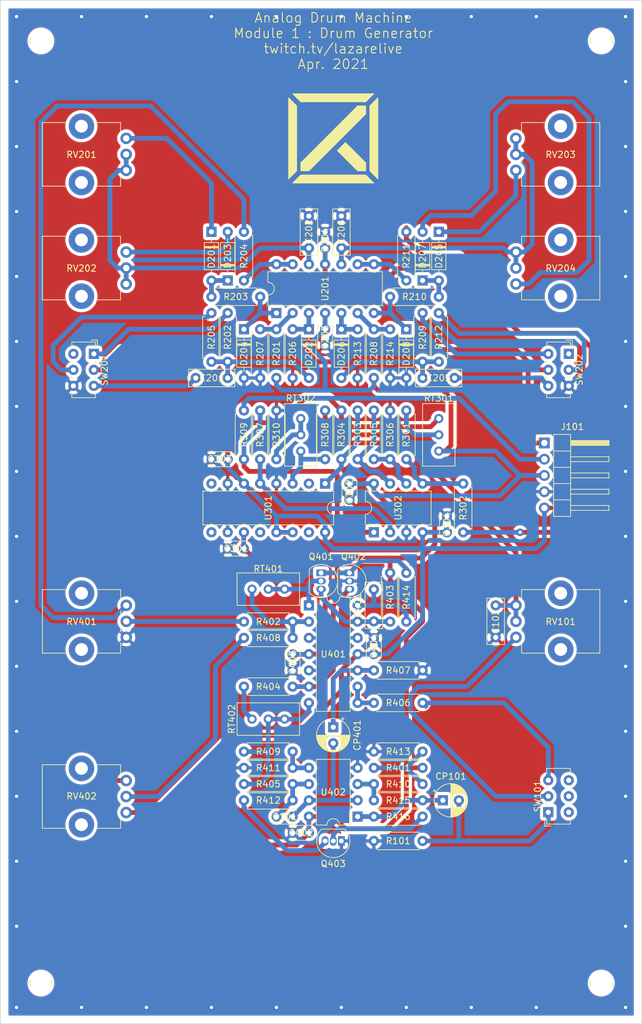
<source format=kicad_pcb>
(kicad_pcb (version 20171130) (host pcbnew "(5.1.5)-3")
  (layers (0 F.Cu signal) (31 B.Cu signal) (34 B.Paste user) (35 F.Paste user) (36 B.SilkS user) (37 F.SilkS user) (38 B.Mask user) (39 F.Mask user hide) (44 Edge.Cuts user))
  (net 0 "")
  (net 1 /VCO/CONDO_2)
  (net 2 /VCO/CONDO_1)
  (net 3 GNDA)
  (net 4 /Mono_VCA/SIG_IN)
  (net 5 "Net-(C201-Pad2)")
  (net 6 "Net-(C201-Pad1)")
  (net 7 "Net-(C202-Pad1)")
  (net 8 +12V)
  (net 9 -12V)
  (net 10 "Net-(C205-Pad2)")
  (net 11 "Net-(C205-Pad1)")
  (net 12 "Net-(C206-Pad1)")
  (net 13 "Net-(C401-Pad2)")
  (net 14 "Net-(CP401-Pad1)")
  (net 15 "Net-(D201-Pad2)")
  (net 16 "Net-(D201-Pad1)")
  (net 17 "Net-(D202-Pad1)")
  (net 18 "Net-(D203-Pad2)")
  (net 19 "Net-(D204-Pad1)")
  (net 20 "Net-(D205-Pad2)")
  (net 21 "Net-(D205-Pad1)")
  (net 22 "Net-(D206-Pad1)")
  (net 23 "Net-(D207-Pad2)")
  (net 24 "Net-(D208-Pad1)")
  (net 25 /Mono_VCA/VCA_OUT)
  (net 26 /Envelop_Generator/TRIGGER_IN)
  (net 27 "Net-(Q401-Pad1)")
  (net 28 "Net-(Q401-Pad2)")
  (net 29 "Net-(Q402-Pad3)")
  (net 30 "Net-(Q403-Pad3)")
  (net 31 "Net-(Q403-Pad2)")
  (net 32 "Net-(R201-Pad2)")
  (net 33 "Net-(R202-Pad2)")
  (net 34 /Envelop_Generator/EGA_OUT)
  (net 35 "Net-(R204-Pad1)")
  (net 36 "Net-(R205-Pad2)")
  (net 37 "Net-(R208-Pad2)")
  (net 38 "Net-(R209-Pad2)")
  (net 39 /Envelop_Generator/EGB_OUT)
  (net 40 "Net-(R211-Pad1)")
  (net 41 "Net-(R212-Pad2)")
  (net 42 "Net-(R301-Pad2)")
  (net 43 "Net-(R301-Pad1)")
  (net 44 "Net-(R303-Pad2)")
  (net 45 "Net-(R303-Pad1)")
  (net 46 "Net-(R305-Pad2)")
  (net 47 "Net-(R307-Pad2)")
  (net 48 "Net-(R307-Pad1)")
  (net 49 "Net-(R308-Pad1)")
  (net 50 "Net-(R310-Pad1)")
  (net 51 "Net-(R401-Pad2)")
  (net 52 "Net-(R402-Pad2)")
  (net 53 "Net-(R402-Pad1)")
  (net 54 "Net-(R404-Pad1)")
  (net 55 "Net-(R405-Pad2)")
  (net 56 "Net-(R406-Pad2)")
  (net 57 /VCO/TRIANGLE_OUT)
  (net 58 "Net-(R408-Pad2)")
  (net 59 "Net-(R409-Pad1)")
  (net 60 "Net-(R410-Pad1)")
  (net 61 /VCO/SQUARE_OUT)
  (net 62 "Net-(C401-Pad1)")
  (net 63 "Net-(RV101-Pad1)")
  (net 64 "Net-(CP101-Pad2)")
  (module Lazare_Aesthetics:Lazare_Logo (layer F.Cu) (at 93.98 49.53)
    (fp_text reference REF** hide)
    (fp_text value Lazare_Logo)
  )
  (module Potentiometer_THT:Potentiometer_Bourns_PTV09A-1_Single_Vertical (layer F.Cu) (at 61.595 149.945 180)
    (fp_text reference RV402 (at 6.985 -2.455) (layer F.SilkS))
    (fp_text value 100k)
    (pad "" np_thru_hole circle (at 7 1.9 180) (size 4 4) (drill 2) (layers *.Cu *.Mask))
    (pad "" np_thru_hole circle (at 7 -6.9 180) (size 4 4) (drill 2) (layers *.Cu *.Mask))
    (pad 1 thru_hole circle (at 0 0 180) (size 1.8 1.8) (drill 1) (layers *.Cu *.Mask) (net 8 +12V))
    (pad 2 thru_hole circle (at 0 -2.5 180) (size 1.8 1.8) (drill 1) (layers *.Cu *.Mask) (net 58 "Net-(R408-Pad2)"))
    (pad 3 thru_hole circle (at 0 -5 180) (size 1.8 1.8) (drill 1) (layers *.Cu *.Mask) (net 9 -12V))
  )
  (module Potentiometer_THT:Potentiometer_Bourns_PTV09A-1_Single_Vertical (layer F.Cu) (at 61.61 122.55 180)
    (fp_text reference RV401 (at 7 -2.545) (layer F.SilkS))
    (fp_text value 100k)
    (pad "" np_thru_hole circle (at 7 1.9 180) (size 4 4) (drill 2) (layers *.Cu *.Mask))
    (pad "" np_thru_hole circle (at 7 -6.9 180) (size 4 4) (drill 2) (layers *.Cu *.Mask))
    (pad 1 thru_hole circle (at 0 0 180) (size 1.8 1.8) (drill 1) (layers *.Cu *.Mask) (net 34 /Envelop_Generator/EGA_OUT))
    (pad 2 thru_hole circle (at 0 -2.5 180) (size 1.8 1.8) (drill 1) (layers *.Cu *.Mask) (net 52 "Net-(R402-Pad2)"))
    (pad 3 thru_hole circle (at 0 -5 180) (size 1.8 1.8) (drill 1) (layers *.Cu *.Mask) (net 3 GNDA))
  )
  (module Potentiometer_THT:Potentiometer_Bourns_PTV09A-1_Single_Vertical (layer F.Cu) (at 122.555 72.305)
    (fp_text reference RV204 (at 6.985 -2.455) (layer F.SilkS))
    (fp_text value 1M)
    (pad "" np_thru_hole circle (at 7 1.9) (size 4 4) (drill 2) (layers *.Cu *.Mask))
    (pad "" np_thru_hole circle (at 7 -6.9) (size 4 4) (drill 2) (layers *.Cu *.Mask))
    (pad 1 thru_hole circle (at 0 0) (size 1.8 1.8) (drill 1) (layers *.Cu *.Mask) (net 23 "Net-(D207-Pad2)"))
    (pad 2 thru_hole circle (at 0 -2.5) (size 1.8 1.8) (drill 1) (layers *.Cu *.Mask) (net 12 "Net-(C206-Pad1)"))
    (pad 3 thru_hole circle (at 0 -5) (size 1.8 1.8) (drill 1) (layers *.Cu *.Mask) (net 12 "Net-(C206-Pad1)"))
  )
  (module Potentiometer_THT:Potentiometer_Bourns_PTV09A-1_Single_Vertical (layer F.Cu) (at 122.54 54.525)
    (fp_text reference RV203 (at 7 -2.455) (layer F.SilkS))
    (fp_text value 1M)
    (pad "" np_thru_hole circle (at 7 1.9) (size 4 4) (drill 2) (layers *.Cu *.Mask))
    (pad "" np_thru_hole circle (at 7 -6.9) (size 4 4) (drill 2) (layers *.Cu *.Mask))
    (pad 1 thru_hole circle (at 0 0) (size 1.8 1.8) (drill 1) (layers *.Cu *.Mask) (net 21 "Net-(D205-Pad1)"))
    (pad 2 thru_hole circle (at 0 -2.5) (size 1.8 1.8) (drill 1) (layers *.Cu *.Mask) (net 12 "Net-(C206-Pad1)"))
    (pad 3 thru_hole circle (at 0 -5) (size 1.8 1.8) (drill 1) (layers *.Cu *.Mask) (net 12 "Net-(C206-Pad1)"))
  )
  (module Potentiometer_THT:Potentiometer_Bourns_PTV09A-1_Single_Vertical (layer F.Cu) (at 61.595 67.305 180)
    (fp_text reference RV202 (at 6.985 -2.545) (layer F.SilkS))
    (fp_text value 1M)
    (pad "" np_thru_hole circle (at 7 1.9 180) (size 4 4) (drill 2) (layers *.Cu *.Mask))
    (pad "" np_thru_hole circle (at 7 -6.9 180) (size 4 4) (drill 2) (layers *.Cu *.Mask))
    (pad 1 thru_hole circle (at 0 0 180) (size 1.8 1.8) (drill 1) (layers *.Cu *.Mask) (net 18 "Net-(D203-Pad2)"))
    (pad 2 thru_hole circle (at 0 -2.5 180) (size 1.8 1.8) (drill 1) (layers *.Cu *.Mask) (net 7 "Net-(C202-Pad1)"))
    (pad 3 thru_hole circle (at 0 -5 180) (size 1.8 1.8) (drill 1) (layers *.Cu *.Mask) (net 7 "Net-(C202-Pad1)"))
  )
  (module Potentiometer_THT:Potentiometer_Bourns_PTV09A-1_Single_Vertical (layer F.Cu) (at 61.595 49.525 180)
    (fp_text reference RV201 (at 6.985 -2.545) (layer F.SilkS))
    (fp_text value 1M)
    (pad "" np_thru_hole circle (at 7 1.9 180) (size 4 4) (drill 2) (layers *.Cu *.Mask))
    (pad "" np_thru_hole circle (at 7 -6.9 180) (size 4 4) (drill 2) (layers *.Cu *.Mask))
    (pad 1 thru_hole circle (at 0 0 180) (size 1.8 1.8) (drill 1) (layers *.Cu *.Mask) (net 16 "Net-(D201-Pad1)"))
    (pad 2 thru_hole circle (at 0 -2.5 180) (size 1.8 1.8) (drill 1) (layers *.Cu *.Mask) (net 7 "Net-(C202-Pad1)"))
    (pad 3 thru_hole circle (at 0 -5 180) (size 1.8 1.8) (drill 1) (layers *.Cu *.Mask) (net 7 "Net-(C202-Pad1)"))
  )
  (module Potentiometer_THT:Potentiometer_Bourns_PTV09A-1_Single_Vertical (layer F.Cu) (at 122.555 127.55)
    (fp_text reference RV101 (at 6.985 -2.455) (layer F.SilkS))
    (fp_text value 100k)
    (pad "" np_thru_hole circle (at 7 1.9) (size 4 4) (drill 2) (layers *.Cu *.Mask))
    (pad "" np_thru_hole circle (at 7 -6.9) (size 4 4) (drill 2) (layers *.Cu *.Mask))
    (pad 1 thru_hole circle (at 0 0) (size 1.8 1.8) (drill 1) (layers *.Cu *.Mask) (net 63 "Net-(RV101-Pad1)"))
    (pad 2 thru_hole circle (at 0 -2.5) (size 1.8 1.8) (drill 1) (layers *.Cu *.Mask) (net 4 /Mono_VCA/SIG_IN))
    (pad 3 thru_hole circle (at 0 -5) (size 1.8 1.8) (drill 1) (layers *.Cu *.Mask) (net 4 /Mono_VCA/SIG_IN))
  )
  (module Capacitor_THT:C_Rect_L7.0mm_W2.5mm_P5.00mm (layer F.Cu) (at 100.33 125.055 90)
    (fp_text reference C401 (at 2.5 -2.5 90) (layer F.SilkS))
    (fp_text value 1n)
    (pad 2 thru_hole circle (at 5 0 90) (size 1.6 1.6) (drill 0.8) (layers *.Cu *.Mask) (net 13 "Net-(C401-Pad2)"))
    (pad 1 thru_hole circle (at 0 0 90) (size 1.6 1.6) (drill 0.8) (layers *.Cu *.Mask) (net 62 "Net-(C401-Pad1)"))
  )
  (module Capacitor_THT:C_Rect_L7.0mm_W2.5mm_P5.00mm (layer F.Cu) (at 95.25 66.675 90)
    (fp_text reference C206 (at 2.5 0 90) (layer F.SilkS))
    (fp_text value 1µ)
    (pad 2 thru_hole circle (at 5 0 90) (size 1.6 1.6) (drill 0.8) (layers *.Cu *.Mask) (net 3 GNDA))
    (pad 1 thru_hole circle (at 0 0 90) (size 1.6 1.6) (drill 0.8) (layers *.Cu *.Mask) (net 12 "Net-(C206-Pad1)"))
  )
  (module Capacitor_THT:C_Rect_L7.0mm_W2.5mm_P5.00mm (layer F.Cu) (at 107.95 86.995)
    (fp_text reference C205 (at 2.5 0) (layer F.SilkS))
    (fp_text value 100n)
    (pad 2 thru_hole circle (at 5 0) (size 1.6 1.6) (drill 0.8) (layers *.Cu *.Mask) (net 10 "Net-(C205-Pad2)"))
    (pad 1 thru_hole circle (at 0 0) (size 1.6 1.6) (drill 0.8) (layers *.Cu *.Mask) (net 11 "Net-(C205-Pad1)"))
  )
  (module Capacitor_THT:C_Rect_L7.0mm_W2.5mm_P5.00mm (layer F.Cu) (at 90.17 66.675 90)
    (fp_text reference C202 (at 2.54 0 90) (layer F.SilkS))
    (fp_text value 1µ)
    (pad 2 thru_hole circle (at 5 0 90) (size 1.6 1.6) (drill 0.8) (layers *.Cu *.Mask) (net 3 GNDA))
    (pad 1 thru_hole circle (at 0 0 90) (size 1.6 1.6) (drill 0.8) (layers *.Cu *.Mask) (net 7 "Net-(C202-Pad1)"))
  )
  (module Capacitor_THT:C_Rect_L7.0mm_W2.5mm_P5.00mm (layer F.Cu) (at 77.47 86.995 180)
    (fp_text reference C201 (at 2.5 0) (layer F.SilkS))
    (fp_text value 100n)
    (pad 2 thru_hole circle (at 5 0 180) (size 1.6 1.6) (drill 0.8) (layers *.Cu *.Mask) (net 5 "Net-(C201-Pad2)"))
    (pad 1 thru_hole circle (at 0 0 180) (size 1.6 1.6) (drill 0.8) (layers *.Cu *.Mask) (net 6 "Net-(C201-Pad1)"))
  )
  (module Capacitor_THT:C_Rect_L7.0mm_W2.5mm_P5.00mm (layer F.Cu) (at 119.38 122.555 270)
    (fp_text reference C102 (at 2.54 0 90) (layer F.SilkS))
    (fp_text value 22n)
    (pad 2 thru_hole circle (at 5 0 270) (size 1.6 1.6) (drill 0.8) (layers *.Cu *.Mask) (net 3 GNDA))
    (pad 1 thru_hole circle (at 0 0 270) (size 1.6 1.6) (drill 0.8) (layers *.Cu *.Mask) (net 4 /Mono_VCA/SIG_IN))
  )
  (module Capacitor_THT:CP_Radial_D5.0mm_P2.50mm (layer F.Cu) (at 111.125 153.035)
    (fp_text reference CP101 (at 1.25 -3.75) (layer F.SilkS))
    (fp_text value 47µ)
    (pad 2 thru_hole circle (at 2.5 0) (size 1.6 1.6) (drill 0.8) (layers *.Cu *.Mask) (net 64 "Net-(CP101-Pad2)"))
    (pad 1 thru_hole rect (at 0 0) (size 1.6 1.6) (drill 0.8) (layers *.Cu *.Mask) (net 61 /VCO/SQUARE_OUT))
  )
  (module Button_Switch_THT:SW_E-Switch_EG1271_DPDT (layer F.Cu) (at 127.61 154.9 90)
    (fp_text reference SW101 (at 2.5 -1.65 90) (layer F.SilkS))
    (fp_text value SW_SPDT)
    (pad 6 thru_hole circle (at 5 3.2 90) (size 1.6 1.6) (drill 0.8) (layers *.Cu *.Mask))
    (pad 5 thru_hole circle (at 2.5 3.2 90) (size 1.6 1.6) (drill 0.8) (layers *.Cu *.Mask))
    (pad 4 thru_hole circle (at 0 3.2 90) (size 1.6 1.6) (drill 0.8) (layers *.Cu *.Mask))
    (pad 3 thru_hole circle (at 5 0 90) (size 1.6 1.6) (drill 0.8) (layers *.Cu *.Mask) (net 57 /VCO/TRIANGLE_OUT))
    (pad 2 thru_hole circle (at 2.5 0 90) (size 1.6 1.6) (drill 0.8) (layers *.Cu *.Mask) (net 63 "Net-(RV101-Pad1)"))
    (pad 1 thru_hole rect (at 0 0 90) (size 1.6 1.6) (drill 0.8) (layers *.Cu *.Mask) (net 64 "Net-(CP101-Pad2)"))
  )
  (module Resistor_THT:R_Axial_DIN0207_L6.3mm_D2.5mm_P7.62mm_Horizontal (layer F.Cu) (at 107.95 159.385 180)
    (fp_text reference R101 (at 3.81 0) (layer F.SilkS))
    (fp_text value 100k)
    (pad 2 thru_hole oval (at 7.62 0 180) (size 1.6 1.6) (drill 0.8) (layers *.Cu *.Mask) (net 3 GNDA))
    (pad 1 thru_hole circle (at 0 0 180) (size 1.6 1.6) (drill 0.8) (layers *.Cu *.Mask) (net 64 "Net-(CP101-Pad2)"))
  )
  (module MountingHole:MountingHole_3.2mm_M3 (layer F.Cu) (at 135.89 181.61)
    (fp_text reference H104 (at 0 0) (layer F.SilkS))
    (fp_text value MountingHole)
    (pad 1 np_thru_hole circle (at 0 0) (size 3.2 3.2) (drill 3.2) (layers *.Cu *.Mask))
  )
  (module MountingHole:MountingHole_3.2mm_M3 (layer F.Cu) (at 135.89 34.29)
    (fp_text reference H103 (at 0 0) (layer F.SilkS))
    (fp_text value MountingHole)
    (pad 1 np_thru_hole circle (at 0 0) (size 3.2 3.2) (drill 3.2) (layers *.Cu *.Mask))
  )
  (module MountingHole:MountingHole_3.2mm_M3 (layer F.Cu) (at 48.26 181.61)
    (fp_text reference H102 (at 0 0) (layer F.SilkS))
    (fp_text value MountingHole)
    (pad 1 np_thru_hole circle (at 0 0) (size 3.2 3.2) (drill 3.2) (layers *.Cu *.Mask))
  )
  (module MountingHole:MountingHole_3.2mm_M3 (layer F.Cu) (at 48.26 34.29)
    (fp_text reference H101 (at 0 0) (layer F.SilkS))
    (fp_text value MountingHole)
    (pad 1 np_thru_hole circle (at 0 0) (size 3.2 3.2) (drill 3.2) (layers *.Cu *.Mask))
  )
  (module Button_Switch_THT:SW_E-Switch_EG1271_DPDT (layer F.Cu) (at 130.81 83.225 270)
    (fp_text reference SW202 (at 2.5 -1.65 90) (layer F.SilkS))
    (fp_text value SW_DPDT_x2)
    (pad 6 thru_hole circle (at 5 3.2 270) (size 1.6 1.6) (drill 0.8) (layers *.Cu *.Mask) (net 10 "Net-(C205-Pad2)"))
    (pad 5 thru_hole circle (at 2.5 3.2 270) (size 1.6 1.6) (drill 0.8) (layers *.Cu *.Mask) (net 26 /Envelop_Generator/TRIGGER_IN))
    (pad 4 thru_hole circle (at 0 3.2 270) (size 1.6 1.6) (drill 0.8) (layers *.Cu *.Mask) (net 38 "Net-(R209-Pad2)"))
    (pad 3 thru_hole circle (at 5 0 270) (size 1.6 1.6) (drill 0.8) (layers *.Cu *.Mask) (net 3 GNDA))
    (pad 2 thru_hole circle (at 2.5 0 270) (size 1.6 1.6) (drill 0.8) (layers *.Cu *.Mask) (net 41 "Net-(R212-Pad2)"))
    (pad 1 thru_hole rect (at 0 0 270) (size 1.6 1.6) (drill 0.8) (layers *.Cu *.Mask))
  )
  (module Button_Switch_THT:SW_E-Switch_EG1271_DPDT (layer F.Cu) (at 56.54 83.225 270)
    (fp_text reference SW201 (at 2.5 -1.65 90) (layer F.SilkS))
    (fp_text value SW_DPDT_x2)
    (pad 6 thru_hole circle (at 5 3.2 270) (size 1.6 1.6) (drill 0.8) (layers *.Cu *.Mask) (net 3 GNDA))
    (pad 5 thru_hole circle (at 2.5 3.2 270) (size 1.6 1.6) (drill 0.8) (layers *.Cu *.Mask) (net 36 "Net-(R205-Pad2)"))
    (pad 4 thru_hole circle (at 0 3.2 270) (size 1.6 1.6) (drill 0.8) (layers *.Cu *.Mask))
    (pad 3 thru_hole circle (at 5 0 270) (size 1.6 1.6) (drill 0.8) (layers *.Cu *.Mask) (net 5 "Net-(C201-Pad2)"))
    (pad 2 thru_hole circle (at 2.5 0 270) (size 1.6 1.6) (drill 0.8) (layers *.Cu *.Mask) (net 26 /Envelop_Generator/TRIGGER_IN))
    (pad 1 thru_hole rect (at 0 0 270) (size 1.6 1.6) (drill 0.8) (layers *.Cu *.Mask) (net 33 "Net-(R202-Pad2)"))
  )
  (module Package_DIP:DIP-8_W7.62mm (layer F.Cu) (at 97.79 155.575 180)
    (fp_text reference U402 (at 3.81 3.81) (layer F.SilkS))
    (fp_text value LM358)
    (pad 8 thru_hole oval (at 7.62 0 180) (size 1.6 1.6) (drill 0.8) (layers *.Cu *.Mask) (net 8 +12V))
    (pad 4 thru_hole oval (at 0 7.62 180) (size 1.6 1.6) (drill 0.8) (layers *.Cu *.Mask) (net 3 GNDA))
    (pad 7 thru_hole oval (at 7.62 2.54 180) (size 1.6 1.6) (drill 0.8) (layers *.Cu *.Mask) (net 1 /VCO/CONDO_2))
    (pad 3 thru_hole oval (at 0 5.08 180) (size 1.6 1.6) (drill 0.8) (layers *.Cu *.Mask) (net 60 "Net-(R410-Pad1)"))
    (pad 6 thru_hole oval (at 7.62 5.08 180) (size 1.6 1.6) (drill 0.8) (layers *.Cu *.Mask) (net 2 /VCO/CONDO_1))
    (pad 2 thru_hole oval (at 0 2.54 180) (size 1.6 1.6) (drill 0.8) (layers *.Cu *.Mask) (net 1 /VCO/CONDO_2))
    (pad 5 thru_hole oval (at 7.62 7.62 180) (size 1.6 1.6) (drill 0.8) (layers *.Cu *.Mask) (net 59 "Net-(R409-Pad1)"))
    (pad 1 thru_hole rect (at 0 0 180) (size 1.6 1.6) (drill 0.8) (layers *.Cu *.Mask) (net 61 /VCO/SQUARE_OUT))
  )
  (module Package_DIP:DIP-14_W7.62mm (layer F.Cu) (at 90.17 122.555)
    (fp_text reference U401 (at 3.81 7.62) (layer F.SilkS))
    (fp_text value TL074)
    (pad 14 thru_hole oval (at 7.62 0) (size 1.6 1.6) (drill 0.8) (layers *.Cu *.Mask) (net 13 "Net-(C401-Pad2)"))
    (pad 7 thru_hole oval (at 0 15.24) (size 1.6 1.6) (drill 0.8) (layers *.Cu *.Mask) (net 55 "Net-(R405-Pad2)"))
    (pad 13 thru_hole oval (at 7.62 2.54) (size 1.6 1.6) (drill 0.8) (layers *.Cu *.Mask) (net 62 "Net-(C401-Pad1)"))
    (pad 6 thru_hole oval (at 0 12.7) (size 1.6 1.6) (drill 0.8) (layers *.Cu *.Mask) (net 29 "Net-(Q402-Pad3)"))
    (pad 12 thru_hole oval (at 7.62 5.08) (size 1.6 1.6) (drill 0.8) (layers *.Cu *.Mask) (net 3 GNDA))
    (pad 5 thru_hole oval (at 0 10.16) (size 1.6 1.6) (drill 0.8) (layers *.Cu *.Mask) (net 3 GNDA))
    (pad 11 thru_hole oval (at 7.62 7.62) (size 1.6 1.6) (drill 0.8) (layers *.Cu *.Mask) (net 9 -12V))
    (pad 4 thru_hole oval (at 0 7.62) (size 1.6 1.6) (drill 0.8) (layers *.Cu *.Mask) (net 8 +12V))
    (pad 10 thru_hole oval (at 7.62 10.16) (size 1.6 1.6) (drill 0.8) (layers *.Cu *.Mask) (net 14 "Net-(CP401-Pad1)"))
    (pad 3 thru_hole oval (at 0 5.08) (size 1.6 1.6) (drill 0.8) (layers *.Cu *.Mask) (net 3 GNDA))
    (pad 9 thru_hole oval (at 7.62 12.7) (size 1.6 1.6) (drill 0.8) (layers *.Cu *.Mask) (net 56 "Net-(R406-Pad2)"))
    (pad 2 thru_hole oval (at 0 2.54) (size 1.6 1.6) (drill 0.8) (layers *.Cu *.Mask) (net 53 "Net-(R402-Pad1)"))
    (pad 8 thru_hole oval (at 7.62 15.24) (size 1.6 1.6) (drill 0.8) (layers *.Cu *.Mask) (net 56 "Net-(R406-Pad2)"))
    (pad 1 thru_hole rect (at 0 0) (size 1.6 1.6) (drill 0.8) (layers *.Cu *.Mask) (net 28 "Net-(Q401-Pad2)"))
  )
  (module Package_DIP:DIP-8_W7.62mm (layer F.Cu) (at 100.33 111.125 90)
    (fp_text reference U302 (at 3.81 3.81 90) (layer F.SilkS))
    (fp_text value NE5532)
    (pad 8 thru_hole oval (at 7.62 0 90) (size 1.6 1.6) (drill 0.8) (layers *.Cu *.Mask) (net 8 +12V))
    (pad 4 thru_hole oval (at 0 7.62 90) (size 1.6 1.6) (drill 0.8) (layers *.Cu *.Mask) (net 9 -12V))
    (pad 7 thru_hole oval (at 7.62 2.54 90) (size 1.6 1.6) (drill 0.8) (layers *.Cu *.Mask) (net 44 "Net-(R303-Pad2)"))
    (pad 3 thru_hole oval (at 0 5.08 90) (size 1.6 1.6) (drill 0.8) (layers *.Cu *.Mask) (net 3 GNDA))
    (pad 6 thru_hole oval (at 7.62 5.08 90) (size 1.6 1.6) (drill 0.8) (layers *.Cu *.Mask) (net 46 "Net-(R305-Pad2)"))
    (pad 2 thru_hole oval (at 0 2.54 90) (size 1.6 1.6) (drill 0.8) (layers *.Cu *.Mask) (net 47 "Net-(R307-Pad2)"))
    (pad 5 thru_hole oval (at 7.62 7.62 90) (size 1.6 1.6) (drill 0.8) (layers *.Cu *.Mask) (net 43 "Net-(R301-Pad1)"))
    (pad 1 thru_hole rect (at 0 0 90) (size 1.6 1.6) (drill 0.8) (layers *.Cu *.Mask) (net 48 "Net-(R307-Pad1)"))
  )
  (module Package_DIP:DIP-16_W7.62mm (layer F.Cu) (at 92.71 103.505 270)
    (fp_text reference U301 (at 3.81 8.89 90) (layer F.SilkS))
    (fp_text value LM13700)
    (pad 16 thru_hole oval (at 7.62 0 270) (size 1.6 1.6) (drill 0.8) (layers *.Cu *.Mask) (net 9 -12V))
    (pad 8 thru_hole oval (at 0 17.78 270) (size 1.6 1.6) (drill 0.8) (layers *.Cu *.Mask))
    (pad 15 thru_hole oval (at 7.62 2.54 270) (size 1.6 1.6) (drill 0.8) (layers *.Cu *.Mask))
    (pad 7 thru_hole oval (at 0 15.24 270) (size 1.6 1.6) (drill 0.8) (layers *.Cu *.Mask) (net 3 GNDA))
    (pad 14 thru_hole oval (at 7.62 5.08 270) (size 1.6 1.6) (drill 0.8) (layers *.Cu *.Mask) (net 9 -12V))
    (pad 6 thru_hole oval (at 0 12.7 270) (size 1.6 1.6) (drill 0.8) (layers *.Cu *.Mask) (net 9 -12V))
    (pad 13 thru_hole oval (at 7.62 7.62 270) (size 1.6 1.6) (drill 0.8) (layers *.Cu *.Mask) (net 9 -12V))
    (pad 5 thru_hole oval (at 0 10.16 270) (size 1.6 1.6) (drill 0.8) (layers *.Cu *.Mask) (net 47 "Net-(R307-Pad2)"))
    (pad 12 thru_hole oval (at 7.62 10.16 270) (size 1.6 1.6) (drill 0.8) (layers *.Cu *.Mask))
    (pad 4 thru_hole oval (at 0 7.62 270) (size 1.6 1.6) (drill 0.8) (layers *.Cu *.Mask) (net 3 GNDA))
    (pad 11 thru_hole oval (at 7.62 12.7 270) (size 1.6 1.6) (drill 0.8) (layers *.Cu *.Mask) (net 8 +12V))
    (pad 3 thru_hole oval (at 0 5.08 270) (size 1.6 1.6) (drill 0.8) (layers *.Cu *.Mask) (net 49 "Net-(R308-Pad1)"))
    (pad 10 thru_hole oval (at 7.62 15.24 270) (size 1.6 1.6) (drill 0.8) (layers *.Cu *.Mask) (net 3 GNDA))
    (pad 2 thru_hole oval (at 0 2.54 270) (size 1.6 1.6) (drill 0.8) (layers *.Cu *.Mask))
    (pad 9 thru_hole oval (at 7.62 17.78 270) (size 1.6 1.6) (drill 0.8) (layers *.Cu *.Mask))
    (pad 1 thru_hole rect (at 0 0 270) (size 1.6 1.6) (drill 0.8) (layers *.Cu *.Mask) (net 45 "Net-(R303-Pad1)"))
  )
  (module Package_DIP:DIP-14_W7.62mm (layer F.Cu) (at 85.09 76.835 90)
    (fp_text reference U201 (at 3.81 7.62 90) (layer F.SilkS))
    (fp_text value TL074)
    (pad 14 thru_hole oval (at 7.62 0 90) (size 1.6 1.6) (drill 0.8) (layers *.Cu *.Mask) (net 35 "Net-(R204-Pad1)"))
    (pad 7 thru_hole oval (at 0 15.24 90) (size 1.6 1.6) (drill 0.8) (layers *.Cu *.Mask) (net 24 "Net-(D208-Pad1)"))
    (pad 13 thru_hole oval (at 7.62 2.54 90) (size 1.6 1.6) (drill 0.8) (layers *.Cu *.Mask) (net 35 "Net-(R204-Pad1)"))
    (pad 6 thru_hole oval (at 0 12.7 90) (size 1.6 1.6) (drill 0.8) (layers *.Cu *.Mask) (net 37 "Net-(R208-Pad2)"))
    (pad 12 thru_hole oval (at 7.62 5.08 90) (size 1.6 1.6) (drill 0.8) (layers *.Cu *.Mask) (net 7 "Net-(C202-Pad1)"))
    (pad 5 thru_hole oval (at 0 10.16 90) (size 1.6 1.6) (drill 0.8) (layers *.Cu *.Mask) (net 22 "Net-(D206-Pad1)"))
    (pad 11 thru_hole oval (at 7.62 7.62 90) (size 1.6 1.6) (drill 0.8) (layers *.Cu *.Mask) (net 9 -12V))
    (pad 4 thru_hole oval (at 0 7.62 90) (size 1.6 1.6) (drill 0.8) (layers *.Cu *.Mask) (net 8 +12V))
    (pad 10 thru_hole oval (at 7.62 10.16 90) (size 1.6 1.6) (drill 0.8) (layers *.Cu *.Mask) (net 12 "Net-(C206-Pad1)"))
    (pad 3 thru_hole oval (at 0 5.08 90) (size 1.6 1.6) (drill 0.8) (layers *.Cu *.Mask) (net 17 "Net-(D202-Pad1)"))
    (pad 9 thru_hole oval (at 7.62 12.7 90) (size 1.6 1.6) (drill 0.8) (layers *.Cu *.Mask) (net 40 "Net-(R211-Pad1)"))
    (pad 2 thru_hole oval (at 0 2.54 90) (size 1.6 1.6) (drill 0.8) (layers *.Cu *.Mask) (net 32 "Net-(R201-Pad2)"))
    (pad 8 thru_hole oval (at 7.62 15.24 90) (size 1.6 1.6) (drill 0.8) (layers *.Cu *.Mask) (net 40 "Net-(R211-Pad1)"))
    (pad 1 thru_hole rect (at 0 0 90) (size 1.6 1.6) (drill 0.8) (layers *.Cu *.Mask) (net 19 "Net-(D204-Pad1)"))
  )
  (module Potentiometer_THT:Potentiometer_Bourns_3296W_Vertical (layer F.Cu) (at 81.28 140.335 180)
    (fp_text reference RT402 (at 3.175 0 90) (layer F.SilkS))
    (fp_text value 10k)
    (pad 3 thru_hole circle (at -5.08 0 180) (size 1.44 1.44) (drill 0.8) (layers *.Cu *.Mask) (net 55 "Net-(R405-Pad2)"))
    (pad 2 thru_hole circle (at -2.54 0 180) (size 1.44 1.44) (drill 0.8) (layers *.Cu *.Mask) (net 55 "Net-(R405-Pad2)"))
    (pad 1 thru_hole circle (at 0 0 180) (size 1.44 1.44) (drill 0.8) (layers *.Cu *.Mask) (net 54 "Net-(R404-Pad1)"))
  )
  (module Potentiometer_THT:Potentiometer_Bourns_3296W_Vertical (layer F.Cu) (at 81.28 120.015 180)
    (fp_text reference RT401 (at -2.54 3.175) (layer F.SilkS))
    (fp_text value 10k)
    (pad 3 thru_hole circle (at -5.08 0 180) (size 1.44 1.44) (drill 0.8) (layers *.Cu *.Mask) (net 28 "Net-(Q401-Pad2)"))
    (pad 2 thru_hole circle (at -2.54 0 180) (size 1.44 1.44) (drill 0.8) (layers *.Cu *.Mask) (net 28 "Net-(Q401-Pad2)"))
    (pad 1 thru_hole circle (at 0 0 180) (size 1.44 1.44) (drill 0.8) (layers *.Cu *.Mask) (net 53 "Net-(R402-Pad1)"))
  )
  (module Potentiometer_THT:Potentiometer_Bourns_3296W_Vertical (layer F.Cu) (at 88.9 98.425 270)
    (fp_text reference RT302 (at -8.255 0 180) (layer F.SilkS))
    (fp_text value 2k)
    (pad 3 thru_hole circle (at -5.08 0 270) (size 1.44 1.44) (drill 0.8) (layers *.Cu *.Mask) (net 50 "Net-(R310-Pad1)"))
    (pad 2 thru_hole circle (at -2.54 0 270) (size 1.44 1.44) (drill 0.8) (layers *.Cu *.Mask) (net 50 "Net-(R310-Pad1)"))
    (pad 1 thru_hole circle (at 0 0 270) (size 1.44 1.44) (drill 0.8) (layers *.Cu *.Mask) (net 49 "Net-(R308-Pad1)"))
  )
  (module Potentiometer_THT:Potentiometer_Bourns_3296W_Vertical (layer F.Cu) (at 110.49 98.425 270)
    (fp_text reference RT301 (at -8.255 0 180) (layer F.SilkS))
    (fp_text value 100k)
    (pad 3 thru_hole circle (at -5.08 0 270) (size 1.44 1.44) (drill 0.8) (layers *.Cu *.Mask) (net 9 -12V))
    (pad 2 thru_hole circle (at -2.54 0 270) (size 1.44 1.44) (drill 0.8) (layers *.Cu *.Mask) (net 42 "Net-(R301-Pad2)"))
    (pad 1 thru_hole circle (at 0 0 270) (size 1.44 1.44) (drill 0.8) (layers *.Cu *.Mask) (net 8 +12V))
  )
  (module Resistor_THT:R_Axial_DIN0207_L6.3mm_D2.5mm_P7.62mm_Horizontal (layer F.Cu) (at 100.33 155.575)
    (fp_text reference R416 (at 3.81 0) (layer F.SilkS))
    (fp_text value 100k)
    (pad 2 thru_hole oval (at 7.62 0) (size 1.6 1.6) (drill 0.8) (layers *.Cu *.Mask) (net 31 "Net-(Q403-Pad2)"))
    (pad 1 thru_hole circle (at 0 0) (size 1.6 1.6) (drill 0.8) (layers *.Cu *.Mask) (net 61 /VCO/SQUARE_OUT))
  )
  (module Resistor_THT:R_Axial_DIN0207_L6.3mm_D2.5mm_P7.62mm_Horizontal (layer F.Cu) (at 107.95 153.035 180)
    (fp_text reference R415 (at 3.81 0) (layer F.SilkS))
    (fp_text value 100k)
    (pad 2 thru_hole oval (at 7.62 0 180) (size 1.6 1.6) (drill 0.8) (layers *.Cu *.Mask) (net 60 "Net-(R410-Pad1)"))
    (pad 1 thru_hole circle (at 0 0 180) (size 1.6 1.6) (drill 0.8) (layers *.Cu *.Mask) (net 61 /VCO/SQUARE_OUT))
  )
  (module Resistor_THT:R_Axial_DIN0207_L6.3mm_D2.5mm_P7.62mm_Horizontal (layer F.Cu) (at 105.41 117.475 270)
    (fp_text reference R414 (at 3.81 0 90) (layer F.SilkS))
    (fp_text value 1k)
    (pad 2 thru_hole oval (at 7.62 0 270) (size 1.6 1.6) (drill 0.8) (layers *.Cu *.Mask) (net 13 "Net-(C401-Pad2)"))
    (pad 1 thru_hole circle (at 0 0 270) (size 1.6 1.6) (drill 0.8) (layers *.Cu *.Mask) (net 27 "Net-(Q401-Pad1)"))
  )
  (module Resistor_THT:R_Axial_DIN0207_L6.3mm_D2.5mm_P7.62mm_Horizontal (layer F.Cu) (at 107.95 145.415 180)
    (fp_text reference R413 (at 3.81 0) (layer F.SilkS))
    (fp_text value 100k)
    (pad 2 thru_hole oval (at 7.62 0 180) (size 1.6 1.6) (drill 0.8) (layers *.Cu *.Mask) (net 3 GNDA))
    (pad 1 thru_hole circle (at 0 0 180) (size 1.6 1.6) (drill 0.8) (layers *.Cu *.Mask) (net 51 "Net-(R401-Pad2)"))
  )
  (module Resistor_THT:R_Axial_DIN0207_L6.3mm_D2.5mm_P7.62mm_Horizontal (layer F.Cu) (at 87.63 153.035 180)
    (fp_text reference R412 (at 3.81 0) (layer F.SilkS))
    (fp_text value 51k)
    (pad 2 thru_hole oval (at 7.62 0 180) (size 1.6 1.6) (drill 0.8) (layers *.Cu *.Mask) (net 30 "Net-(Q403-Pad3)"))
    (pad 1 thru_hole circle (at 0 0 180) (size 1.6 1.6) (drill 0.8) (layers *.Cu *.Mask) (net 2 /VCO/CONDO_1))
  )
  (module Resistor_THT:R_Axial_DIN0207_L6.3mm_D2.5mm_P7.62mm_Horizontal (layer F.Cu) (at 87.63 147.955 180)
    (fp_text reference R411 (at 3.81 0) (layer F.SilkS))
    (fp_text value 51k)
    (pad 2 thru_hole oval (at 7.62 0 180) (size 1.6 1.6) (drill 0.8) (layers *.Cu *.Mask) (net 3 GNDA))
    (pad 1 thru_hole circle (at 0 0 180) (size 1.6 1.6) (drill 0.8) (layers *.Cu *.Mask) (net 59 "Net-(R409-Pad1)"))
  )
  (module Resistor_THT:R_Axial_DIN0207_L6.3mm_D2.5mm_P7.62mm_Horizontal (layer F.Cu) (at 100.33 150.495)
    (fp_text reference R410 (at 3.81 0) (layer F.SilkS))
    (fp_text value 51k)
    (pad 2 thru_hole oval (at 7.62 0) (size 1.6 1.6) (drill 0.8) (layers *.Cu *.Mask) (net 51 "Net-(R401-Pad2)"))
    (pad 1 thru_hole circle (at 0 0) (size 1.6 1.6) (drill 0.8) (layers *.Cu *.Mask) (net 60 "Net-(R410-Pad1)"))
  )
  (module Resistor_THT:R_Axial_DIN0207_L6.3mm_D2.5mm_P7.62mm_Horizontal (layer F.Cu) (at 87.63 145.415 180)
    (fp_text reference R409 (at 3.81 0) (layer F.SilkS))
    (fp_text value 51k)
    (pad 2 thru_hole oval (at 7.62 0 180) (size 1.6 1.6) (drill 0.8) (layers *.Cu *.Mask) (net 55 "Net-(R405-Pad2)"))
    (pad 1 thru_hole circle (at 0 0 180) (size 1.6 1.6) (drill 0.8) (layers *.Cu *.Mask) (net 59 "Net-(R409-Pad1)"))
  )
  (module Resistor_THT:R_Axial_DIN0207_L6.3mm_D2.5mm_P7.62mm_Horizontal (layer F.Cu) (at 87.63 127.635 180)
    (fp_text reference R408 (at 3.81 0) (layer F.SilkS))
    (fp_text value 100k)
    (pad 2 thru_hole oval (at 7.62 0 180) (size 1.6 1.6) (drill 0.8) (layers *.Cu *.Mask) (net 58 "Net-(R408-Pad2)"))
    (pad 1 thru_hole circle (at 0 0 180) (size 1.6 1.6) (drill 0.8) (layers *.Cu *.Mask) (net 53 "Net-(R402-Pad1)"))
  )
  (module Resistor_THT:R_Axial_DIN0207_L6.3mm_D2.5mm_P7.62mm_Horizontal (layer F.Cu) (at 107.95 132.715 180)
    (fp_text reference R407 (at 3.81 0) (layer F.SilkS))
    (fp_text value 100k)
    (pad 2 thru_hole oval (at 7.62 0 180) (size 1.6 1.6) (drill 0.8) (layers *.Cu *.Mask) (net 14 "Net-(CP401-Pad1)"))
    (pad 1 thru_hole circle (at 0 0 180) (size 1.6 1.6) (drill 0.8) (layers *.Cu *.Mask) (net 3 GNDA))
  )
  (module Resistor_THT:R_Axial_DIN0207_L6.3mm_D2.5mm_P7.62mm_Horizontal (layer F.Cu) (at 107.95 137.795 180)
    (fp_text reference R406 (at 3.81 0) (layer F.SilkS))
    (fp_text value 100)
    (pad 2 thru_hole oval (at 7.62 0 180) (size 1.6 1.6) (drill 0.8) (layers *.Cu *.Mask) (net 56 "Net-(R406-Pad2)"))
    (pad 1 thru_hole circle (at 0 0 180) (size 1.6 1.6) (drill 0.8) (layers *.Cu *.Mask) (net 57 /VCO/TRIANGLE_OUT))
  )
  (module Resistor_THT:R_Axial_DIN0207_L6.3mm_D2.5mm_P7.62mm_Horizontal (layer F.Cu) (at 87.63 150.495 180)
    (fp_text reference R405 (at 3.81 0) (layer F.SilkS))
    (fp_text value 100k)
    (pad 2 thru_hole oval (at 7.62 0 180) (size 1.6 1.6) (drill 0.8) (layers *.Cu *.Mask) (net 55 "Net-(R405-Pad2)"))
    (pad 1 thru_hole circle (at 0 0 180) (size 1.6 1.6) (drill 0.8) (layers *.Cu *.Mask) (net 2 /VCO/CONDO_1))
  )
  (module Resistor_THT:R_Axial_DIN0207_L6.3mm_D2.5mm_P7.62mm_Horizontal (layer F.Cu) (at 80.01 135.255)
    (fp_text reference R404 (at 3.81 0) (layer F.SilkS))
    (fp_text value 22k)
    (pad 2 thru_hole oval (at 7.62 0) (size 1.6 1.6) (drill 0.8) (layers *.Cu *.Mask) (net 29 "Net-(Q402-Pad3)"))
    (pad 1 thru_hole circle (at 0 0) (size 1.6 1.6) (drill 0.8) (layers *.Cu *.Mask) (net 54 "Net-(R404-Pad1)"))
  )
  (module Resistor_THT:R_Axial_DIN0207_L6.3mm_D2.5mm_P7.62mm_Horizontal (layer F.Cu) (at 102.87 117.475 270)
    (fp_text reference R403 (at 3.81 0 90) (layer F.SilkS))
    (fp_text value 1M)
    (pad 2 thru_hole oval (at 7.62 0 270) (size 1.6 1.6) (drill 0.8) (layers *.Cu *.Mask) (net 62 "Net-(C401-Pad1)"))
    (pad 1 thru_hole circle (at 0 0 270) (size 1.6 1.6) (drill 0.8) (layers *.Cu *.Mask) (net 8 +12V))
  )
  (module Resistor_THT:R_Axial_DIN0207_L6.3mm_D2.5mm_P7.62mm_Horizontal (layer F.Cu) (at 87.63 125.095 180)
    (fp_text reference R402 (at 3.81 0) (layer F.SilkS))
    (fp_text value 22k)
    (pad 2 thru_hole oval (at 7.62 0 180) (size 1.6 1.6) (drill 0.8) (layers *.Cu *.Mask) (net 52 "Net-(R402-Pad2)"))
    (pad 1 thru_hole circle (at 0 0 180) (size 1.6 1.6) (drill 0.8) (layers *.Cu *.Mask) (net 53 "Net-(R402-Pad1)"))
  )
  (module Resistor_THT:R_Axial_DIN0207_L6.3mm_D2.5mm_P7.62mm_Horizontal (layer F.Cu) (at 107.95 147.955 180)
    (fp_text reference R401 (at 3.81 0) (layer F.SilkS))
    (fp_text value 100k)
    (pad 2 thru_hole oval (at 7.62 0 180) (size 1.6 1.6) (drill 0.8) (layers *.Cu *.Mask) (net 51 "Net-(R401-Pad2)"))
    (pad 1 thru_hole circle (at 0 0 180) (size 1.6 1.6) (drill 0.8) (layers *.Cu *.Mask) (net 8 +12V))
  )
  (module Resistor_THT:R_Axial_DIN0207_L6.3mm_D2.5mm_P7.62mm_Horizontal (layer F.Cu) (at 85.09 99.695 90)
    (fp_text reference R310 (at 3.81 0 90) (layer F.SilkS))
    (fp_text value 150)
    (pad 2 thru_hole oval (at 7.62 0 90) (size 1.6 1.6) (drill 0.8) (layers *.Cu *.Mask) (net 3 GNDA))
    (pad 1 thru_hole circle (at 0 0 90) (size 1.6 1.6) (drill 0.8) (layers *.Cu *.Mask) (net 50 "Net-(R310-Pad1)"))
  )
  (module Resistor_THT:R_Axial_DIN0207_L6.3mm_D2.5mm_P7.62mm_Horizontal (layer F.Cu) (at 80.01 92.075 270)
    (fp_text reference R309 (at 3.81 0 90) (layer F.SilkS))
    (fp_text value 100)
    (pad 2 thru_hole oval (at 7.62 0 270) (size 1.6 1.6) (drill 0.8) (layers *.Cu *.Mask) (net 48 "Net-(R307-Pad1)"))
    (pad 1 thru_hole circle (at 0 0 270) (size 1.6 1.6) (drill 0.8) (layers *.Cu *.Mask) (net 25 /Mono_VCA/VCA_OUT))
  )
  (module Resistor_THT:R_Axial_DIN0207_L6.3mm_D2.5mm_P7.62mm_Horizontal (layer F.Cu) (at 92.71 99.695 90)
    (fp_text reference R308 (at 3.81 0 270) (layer F.SilkS))
    (fp_text value 100k)
    (pad 2 thru_hole oval (at 7.62 0 90) (size 1.6 1.6) (drill 0.8) (layers *.Cu *.Mask) (net 4 /Mono_VCA/SIG_IN))
    (pad 1 thru_hole circle (at 0 0 90) (size 1.6 1.6) (drill 0.8) (layers *.Cu *.Mask) (net 49 "Net-(R308-Pad1)"))
  )
  (module Resistor_THT:R_Axial_DIN0207_L6.3mm_D2.5mm_P7.62mm_Horizontal (layer F.Cu) (at 82.55 92.075 270)
    (fp_text reference R307 (at 3.81 0 90) (layer F.SilkS))
    (fp_text value 47k)
    (pad 2 thru_hole oval (at 7.62 0 270) (size 1.6 1.6) (drill 0.8) (layers *.Cu *.Mask) (net 47 "Net-(R307-Pad2)"))
    (pad 1 thru_hole circle (at 0 0 270) (size 1.6 1.6) (drill 0.8) (layers *.Cu *.Mask) (net 48 "Net-(R307-Pad1)"))
  )
  (module Resistor_THT:R_Axial_DIN0207_L6.3mm_D2.5mm_P7.62mm_Horizontal (layer F.Cu) (at 102.87 99.695 90)
    (fp_text reference R306 (at 3.81 0 90) (layer F.SilkS))
    (fp_text value 100k)
    (pad 2 thru_hole oval (at 7.62 0 90) (size 1.6 1.6) (drill 0.8) (layers *.Cu *.Mask) (net 3 GNDA))
    (pad 1 thru_hole circle (at 0 0 90) (size 1.6 1.6) (drill 0.8) (layers *.Cu *.Mask) (net 46 "Net-(R305-Pad2)"))
  )
  (module Resistor_THT:R_Axial_DIN0207_L6.3mm_D2.5mm_P7.62mm_Horizontal (layer F.Cu) (at 100.33 92.075 270)
    (fp_text reference R305 (at 3.81 0 90) (layer F.SilkS))
    (fp_text value 100k)
    (pad 2 thru_hole oval (at 7.62 0 270) (size 1.6 1.6) (drill 0.8) (layers *.Cu *.Mask) (net 46 "Net-(R305-Pad2)"))
    (pad 1 thru_hole circle (at 0 0 270) (size 1.6 1.6) (drill 0.8) (layers *.Cu *.Mask) (net 44 "Net-(R303-Pad2)"))
  )
  (module Resistor_THT:R_Axial_DIN0207_L6.3mm_D2.5mm_P7.62mm_Horizontal (layer F.Cu) (at 95.25 92.075 270)
    (fp_text reference R304 (at 3.81 0 90) (layer F.SilkS))
    (fp_text value 20k)
    (pad 2 thru_hole oval (at 7.62 0 270) (size 1.6 1.6) (drill 0.8) (layers *.Cu *.Mask) (net 45 "Net-(R303-Pad1)"))
    (pad 1 thru_hole circle (at 0 0 270) (size 1.6 1.6) (drill 0.8) (layers *.Cu *.Mask) (net 9 -12V))
  )
  (module Resistor_THT:R_Axial_DIN0207_L6.3mm_D2.5mm_P7.62mm_Horizontal (layer F.Cu) (at 97.79 92.075 270)
    (fp_text reference R303 (at 3.81 0 90) (layer F.SilkS))
    (fp_text value 30k)
    (pad 2 thru_hole oval (at 7.62 0 270) (size 1.6 1.6) (drill 0.8) (layers *.Cu *.Mask) (net 44 "Net-(R303-Pad2)"))
    (pad 1 thru_hole circle (at 0 0 270) (size 1.6 1.6) (drill 0.8) (layers *.Cu *.Mask) (net 45 "Net-(R303-Pad1)"))
  )
  (module Resistor_THT:R_Axial_DIN0207_L6.3mm_D2.5mm_P7.62mm_Horizontal (layer F.Cu) (at 114.3 103.505 270)
    (fp_text reference R302 (at 3.81 0 90) (layer F.SilkS))
    (fp_text value 100k)
    (pad 2 thru_hole oval (at 7.62 0 270) (size 1.6 1.6) (drill 0.8) (layers *.Cu *.Mask) (net 39 /Envelop_Generator/EGB_OUT))
    (pad 1 thru_hole circle (at 0 0 270) (size 1.6 1.6) (drill 0.8) (layers *.Cu *.Mask) (net 43 "Net-(R301-Pad1)"))
  )
  (module Resistor_THT:R_Axial_DIN0207_L6.3mm_D2.5mm_P7.62mm_Horizontal (layer F.Cu) (at 105.41 99.695 90)
    (fp_text reference R301 (at 3.81 0 90) (layer F.SilkS))
    (fp_text value 100k)
    (pad 2 thru_hole oval (at 7.62 0 90) (size 1.6 1.6) (drill 0.8) (layers *.Cu *.Mask) (net 42 "Net-(R301-Pad2)"))
    (pad 1 thru_hole circle (at 0 0 90) (size 1.6 1.6) (drill 0.8) (layers *.Cu *.Mask) (net 43 "Net-(R301-Pad1)"))
  )
  (module Resistor_THT:R_Axial_DIN0207_L6.3mm_D2.5mm_P7.62mm_Horizontal (layer F.Cu) (at 102.87 79.375 270)
    (fp_text reference R214 (at 3.81 0 90) (layer F.SilkS))
    (fp_text value 2.2k)
    (pad 2 thru_hole oval (at 7.62 0 270) (size 1.6 1.6) (drill 0.8) (layers *.Cu *.Mask) (net 3 GNDA))
    (pad 1 thru_hole circle (at 0 0 270) (size 1.6 1.6) (drill 0.8) (layers *.Cu *.Mask) (net 37 "Net-(R208-Pad2)"))
  )
  (module Resistor_THT:R_Axial_DIN0207_L6.3mm_D2.5mm_P7.62mm_Horizontal (layer F.Cu) (at 97.79 79.375 270)
    (fp_text reference R213 (at 3.81 0 90) (layer F.SilkS))
    (fp_text value 100k)
    (pad 2 thru_hole oval (at 7.62 0 270) (size 1.6 1.6) (drill 0.8) (layers *.Cu *.Mask) (net 3 GNDA))
    (pad 1 thru_hole circle (at 0 0 270) (size 1.6 1.6) (drill 0.8) (layers *.Cu *.Mask) (net 22 "Net-(D206-Pad1)"))
  )
  (module Resistor_THT:R_Axial_DIN0207_L6.3mm_D2.5mm_P7.62mm_Horizontal (layer F.Cu) (at 110.49 84.455 90)
    (fp_text reference R212 (at 3.81 0 90) (layer F.SilkS))
    (fp_text value 100k)
    (pad 2 thru_hole oval (at 7.62 0 90) (size 1.6 1.6) (drill 0.8) (layers *.Cu *.Mask) (net 41 "Net-(R212-Pad2)"))
    (pad 1 thru_hole circle (at 0 0 90) (size 1.6 1.6) (drill 0.8) (layers *.Cu *.Mask) (net 11 "Net-(C205-Pad1)"))
  )
  (module Resistor_THT:R_Axial_DIN0207_L6.3mm_D2.5mm_P7.62mm_Horizontal (layer F.Cu) (at 105.41 71.755 90)
    (fp_text reference R211 (at 3.81 0 90) (layer F.SilkS))
    (fp_text value 100)
    (pad 2 thru_hole oval (at 7.62 0 90) (size 1.6 1.6) (drill 0.8) (layers *.Cu *.Mask) (net 39 /Envelop_Generator/EGB_OUT))
    (pad 1 thru_hole circle (at 0 0 90) (size 1.6 1.6) (drill 0.8) (layers *.Cu *.Mask) (net 40 "Net-(R211-Pad1)"))
  )
  (module Resistor_THT:R_Axial_DIN0207_L6.3mm_D2.5mm_P7.62mm_Horizontal (layer F.Cu) (at 110.49 74.295 180)
    (fp_text reference R210 (at 3.81 0) (layer F.SilkS))
    (fp_text value 470)
    (pad 2 thru_hole oval (at 7.62 0 180) (size 1.6 1.6) (drill 0.8) (layers *.Cu *.Mask) (net 24 "Net-(D208-Pad1)"))
    (pad 1 thru_hole circle (at 0 0 180) (size 1.6 1.6) (drill 0.8) (layers *.Cu *.Mask) (net 20 "Net-(D205-Pad2)"))
  )
  (module Resistor_THT:R_Axial_DIN0207_L6.3mm_D2.5mm_P7.62mm_Horizontal (layer F.Cu) (at 107.95 84.455 90)
    (fp_text reference R209 (at 3.81 0 90) (layer F.SilkS))
    (fp_text value 100k)
    (pad 2 thru_hole oval (at 7.62 0 90) (size 1.6 1.6) (drill 0.8) (layers *.Cu *.Mask) (net 38 "Net-(R209-Pad2)"))
    (pad 1 thru_hole circle (at 0 0 90) (size 1.6 1.6) (drill 0.8) (layers *.Cu *.Mask) (net 11 "Net-(C205-Pad1)"))
  )
  (module Resistor_THT:R_Axial_DIN0207_L6.3mm_D2.5mm_P7.62mm_Horizontal (layer F.Cu) (at 100.33 86.995 90)
    (fp_text reference R208 (at 3.81 0 90) (layer F.SilkS))
    (fp_text value 10k)
    (pad 2 thru_hole oval (at 7.62 0 90) (size 1.6 1.6) (drill 0.8) (layers *.Cu *.Mask) (net 37 "Net-(R208-Pad2)"))
    (pad 1 thru_hole circle (at 0 0 90) (size 1.6 1.6) (drill 0.8) (layers *.Cu *.Mask) (net 8 +12V))
  )
  (module Resistor_THT:R_Axial_DIN0207_L6.3mm_D2.5mm_P7.62mm_Horizontal (layer F.Cu) (at 82.55 79.375 270)
    (fp_text reference R207 (at 3.81 0 90) (layer F.SilkS))
    (fp_text value 2.2k)
    (pad 2 thru_hole oval (at 7.62 0 270) (size 1.6 1.6) (drill 0.8) (layers *.Cu *.Mask) (net 3 GNDA))
    (pad 1 thru_hole circle (at 0 0 270) (size 1.6 1.6) (drill 0.8) (layers *.Cu *.Mask) (net 32 "Net-(R201-Pad2)"))
  )
  (module Resistor_THT:R_Axial_DIN0207_L6.3mm_D2.5mm_P7.62mm_Horizontal (layer F.Cu) (at 87.63 79.375 270)
    (fp_text reference R206 (at 3.81 0 90) (layer F.SilkS))
    (fp_text value 100k)
    (pad 2 thru_hole oval (at 7.62 0 270) (size 1.6 1.6) (drill 0.8) (layers *.Cu *.Mask) (net 3 GNDA))
    (pad 1 thru_hole circle (at 0 0 270) (size 1.6 1.6) (drill 0.8) (layers *.Cu *.Mask) (net 17 "Net-(D202-Pad1)"))
  )
  (module Resistor_THT:R_Axial_DIN0207_L6.3mm_D2.5mm_P7.62mm_Horizontal (layer F.Cu) (at 74.93 84.455 90)
    (fp_text reference R205 (at 3.81 0 90) (layer F.SilkS))
    (fp_text value 100k)
    (pad 2 thru_hole oval (at 7.62 0 90) (size 1.6 1.6) (drill 0.8) (layers *.Cu *.Mask) (net 36 "Net-(R205-Pad2)"))
    (pad 1 thru_hole circle (at 0 0 90) (size 1.6 1.6) (drill 0.8) (layers *.Cu *.Mask) (net 6 "Net-(C201-Pad1)"))
  )
  (module Resistor_THT:R_Axial_DIN0207_L6.3mm_D2.5mm_P7.62mm_Horizontal (layer F.Cu) (at 80.01 71.755 90)
    (fp_text reference R204 (at 3.81 0 90) (layer F.SilkS))
    (fp_text value 100)
    (pad 2 thru_hole oval (at 7.62 0 90) (size 1.6 1.6) (drill 0.8) (layers *.Cu *.Mask) (net 34 /Envelop_Generator/EGA_OUT))
    (pad 1 thru_hole circle (at 0 0 90) (size 1.6 1.6) (drill 0.8) (layers *.Cu *.Mask) (net 35 "Net-(R204-Pad1)"))
  )
  (module Resistor_THT:R_Axial_DIN0207_L6.3mm_D2.5mm_P7.62mm_Horizontal (layer F.Cu) (at 74.93 74.295)
    (fp_text reference R203 (at 3.81 0) (layer F.SilkS))
    (fp_text value 470)
    (pad 2 thru_hole oval (at 7.62 0) (size 1.6 1.6) (drill 0.8) (layers *.Cu *.Mask) (net 19 "Net-(D204-Pad1)"))
    (pad 1 thru_hole circle (at 0 0) (size 1.6 1.6) (drill 0.8) (layers *.Cu *.Mask) (net 15 "Net-(D201-Pad2)"))
  )
  (module Resistor_THT:R_Axial_DIN0207_L6.3mm_D2.5mm_P7.62mm_Horizontal (layer F.Cu) (at 77.47 84.455 90)
    (fp_text reference R202 (at 3.81 0 90) (layer F.SilkS))
    (fp_text value 100k)
    (pad 2 thru_hole oval (at 7.62 0 90) (size 1.6 1.6) (drill 0.8) (layers *.Cu *.Mask) (net 33 "Net-(R202-Pad2)"))
    (pad 1 thru_hole circle (at 0 0 90) (size 1.6 1.6) (drill 0.8) (layers *.Cu *.Mask) (net 6 "Net-(C201-Pad1)"))
  )
  (module Resistor_THT:R_Axial_DIN0207_L6.3mm_D2.5mm_P7.62mm_Horizontal (layer F.Cu) (at 85.09 86.995 90)
    (fp_text reference R201 (at 3.81 0 90) (layer F.SilkS))
    (fp_text value 10k)
    (pad 2 thru_hole oval (at 7.62 0 90) (size 1.6 1.6) (drill 0.8) (layers *.Cu *.Mask) (net 32 "Net-(R201-Pad2)"))
    (pad 1 thru_hole circle (at 0 0 90) (size 1.6 1.6) (drill 0.8) (layers *.Cu *.Mask) (net 8 +12V))
  )
  (module Package_TO_SOT_THT:TO-92_Inline (layer F.Cu) (at 95.25 159.385 180)
    (fp_text reference Q403 (at 1.27 -3.56) (layer F.SilkS))
    (fp_text value 2N3904)
    (pad 1 thru_hole rect (at 0 0 180) (size 1.05 1.5) (drill 0.75) (layers *.Cu *.Mask) (net 3 GNDA))
    (pad 3 thru_hole oval (at 2.54 0 180) (size 1.05 1.5) (drill 0.75) (layers *.Cu *.Mask) (net 30 "Net-(Q403-Pad3)"))
    (pad 2 thru_hole oval (at 1.27 0 180) (size 1.05 1.5) (drill 0.75) (layers *.Cu *.Mask) (net 31 "Net-(Q403-Pad2)"))
  )
  (module Package_TO_SOT_THT:TO-92_Inline (layer F.Cu) (at 96.52 117.475 270)
    (fp_text reference Q402 (at -2.54 -0.635 180) (layer F.SilkS))
    (fp_text value 2N3904)
    (pad 1 thru_hole rect (at 0 0 270) (size 1.05 1.5) (drill 0.75) (layers *.Cu *.Mask) (net 27 "Net-(Q401-Pad1)"))
    (pad 3 thru_hole oval (at 2.54 0 270) (size 1.05 1.5) (drill 0.75) (layers *.Cu *.Mask) (net 29 "Net-(Q402-Pad3)"))
    (pad 2 thru_hole oval (at 1.27 0 270) (size 1.05 1.5) (drill 0.75) (layers *.Cu *.Mask) (net 3 GNDA))
  )
  (module Package_TO_SOT_THT:TO-92_Inline (layer F.Cu) (at 92.075 117.475 270)
    (fp_text reference Q401 (at -2.54 0 180) (layer F.SilkS))
    (fp_text value 2N3904)
    (pad 1 thru_hole rect (at 0 0 270) (size 1.05 1.5) (drill 0.75) (layers *.Cu *.Mask) (net 27 "Net-(Q401-Pad1)"))
    (pad 3 thru_hole oval (at 2.54 0 270) (size 1.05 1.5) (drill 0.75) (layers *.Cu *.Mask) (net 62 "Net-(C401-Pad1)"))
    (pad 2 thru_hole oval (at 1.27 0 270) (size 1.05 1.5) (drill 0.75) (layers *.Cu *.Mask) (net 28 "Net-(Q401-Pad2)"))
  )
  (module Connector_PinHeader_2.54mm:PinHeader_1x05_P2.54mm_Horizontal (layer F.Cu) (at 127 97.155)
    (fp_text reference J101 (at 4.385 -2.54) (layer F.SilkS))
    (fp_text value Conn_01x05_Male)
    (pad 5 thru_hole oval (at 0 10.16) (size 1.7 1.7) (drill 1) (layers *.Cu *.Mask) (net 9 -12V))
    (pad 4 thru_hole oval (at 0 7.62) (size 1.7 1.7) (drill 1) (layers *.Cu *.Mask) (net 3 GNDA))
    (pad 3 thru_hole oval (at 0 5.08) (size 1.7 1.7) (drill 1) (layers *.Cu *.Mask) (net 8 +12V))
    (pad 2 thru_hole oval (at 0 2.54) (size 1.7 1.7) (drill 1) (layers *.Cu *.Mask) (net 25 /Mono_VCA/VCA_OUT))
    (pad 1 thru_hole rect (at 0 0) (size 1.7 1.7) (drill 1) (layers *.Cu *.Mask) (net 26 /Envelop_Generator/TRIGGER_IN))
  )
  (module Diode_THT:D_DO-35_SOD27_P7.62mm_Horizontal (layer F.Cu) (at 105.41 79.375 270)
    (fp_text reference D208 (at 3.81 0 90) (layer F.SilkS))
    (fp_text value 1N4148)
    (pad 2 thru_hole oval (at 7.62 0 270) (size 1.6 1.6) (drill 0.8) (layers *.Cu *.Mask) (net 3 GNDA))
    (pad 1 thru_hole rect (at 0 0 270) (size 1.6 1.6) (drill 0.8) (layers *.Cu *.Mask) (net 24 "Net-(D208-Pad1)"))
  )
  (module Diode_THT:D_DO-35_SOD27_P7.62mm_Horizontal (layer F.Cu) (at 107.95 71.755 90)
    (fp_text reference D207 (at 3.81 0 90) (layer F.SilkS))
    (fp_text value 1N4148)
    (pad 2 thru_hole oval (at 7.62 0 90) (size 1.6 1.6) (drill 0.8) (layers *.Cu *.Mask) (net 23 "Net-(D207-Pad2)"))
    (pad 1 thru_hole rect (at 0 0 90) (size 1.6 1.6) (drill 0.8) (layers *.Cu *.Mask) (net 20 "Net-(D205-Pad2)"))
  )
  (module Diode_THT:D_DO-35_SOD27_P7.62mm_Horizontal (layer F.Cu) (at 95.25 79.375 270)
    (fp_text reference D206 (at 3.81 0 90) (layer F.SilkS))
    (fp_text value 1N4148)
    (pad 2 thru_hole oval (at 7.62 0 270) (size 1.6 1.6) (drill 0.8) (layers *.Cu *.Mask) (net 11 "Net-(C205-Pad1)"))
    (pad 1 thru_hole rect (at 0 0 270) (size 1.6 1.6) (drill 0.8) (layers *.Cu *.Mask) (net 22 "Net-(D206-Pad1)"))
  )
  (module Diode_THT:D_DO-35_SOD27_P7.62mm_Horizontal (layer F.Cu) (at 110.49 64.135 270)
    (fp_text reference D205 (at 3.81 0 90) (layer F.SilkS))
    (fp_text value 1N4148)
    (pad 2 thru_hole oval (at 7.62 0 270) (size 1.6 1.6) (drill 0.8) (layers *.Cu *.Mask) (net 20 "Net-(D205-Pad2)"))
    (pad 1 thru_hole rect (at 0 0 270) (size 1.6 1.6) (drill 0.8) (layers *.Cu *.Mask) (net 21 "Net-(D205-Pad1)"))
  )
  (module Diode_THT:D_DO-35_SOD27_P7.62mm_Horizontal (layer F.Cu) (at 80.01 79.375 270)
    (fp_text reference D204 (at 3.81 0 90) (layer F.SilkS))
    (fp_text value 1N4148)
    (pad 2 thru_hole oval (at 7.62 0 270) (size 1.6 1.6) (drill 0.8) (layers *.Cu *.Mask) (net 3 GNDA))
    (pad 1 thru_hole rect (at 0 0 270) (size 1.6 1.6) (drill 0.8) (layers *.Cu *.Mask) (net 19 "Net-(D204-Pad1)"))
  )
  (module Diode_THT:D_DO-35_SOD27_P7.62mm_Horizontal (layer F.Cu) (at 77.47 71.755 90)
    (fp_text reference D203 (at 3.81 0 90) (layer F.SilkS))
    (fp_text value 1N4148)
    (pad 2 thru_hole oval (at 7.62 0 90) (size 1.6 1.6) (drill 0.8) (layers *.Cu *.Mask) (net 18 "Net-(D203-Pad2)"))
    (pad 1 thru_hole rect (at 0 0 90) (size 1.6 1.6) (drill 0.8) (layers *.Cu *.Mask) (net 15 "Net-(D201-Pad2)"))
  )
  (module Diode_THT:D_DO-35_SOD27_P7.62mm_Horizontal (layer F.Cu) (at 90.17 79.375 270)
    (fp_text reference D202 (at 3.81 0 90) (layer F.SilkS))
    (fp_text value 1N4148)
    (pad 2 thru_hole oval (at 7.62 0 270) (size 1.6 1.6) (drill 0.8) (layers *.Cu *.Mask) (net 6 "Net-(C201-Pad1)"))
    (pad 1 thru_hole rect (at 0 0 270) (size 1.6 1.6) (drill 0.8) (layers *.Cu *.Mask) (net 17 "Net-(D202-Pad1)"))
  )
  (module Diode_THT:D_DO-35_SOD27_P7.62mm_Horizontal (layer F.Cu) (at 74.93 64.135 270)
    (fp_text reference D201 (at 3.81 0 90) (layer F.SilkS))
    (fp_text value 1N4148)
    (pad 2 thru_hole oval (at 7.62 0 270) (size 1.6 1.6) (drill 0.8) (layers *.Cu *.Mask) (net 15 "Net-(D201-Pad2)"))
    (pad 1 thru_hole rect (at 0 0 270) (size 1.6 1.6) (drill 0.8) (layers *.Cu *.Mask) (net 16 "Net-(D201-Pad1)"))
  )
  (module Capacitor_THT:CP_Radial_D5.0mm_P2.50mm (layer F.Cu) (at 93.98 141.605 270)
    (fp_text reference CP401 (at 1.25 -3.75 90) (layer F.SilkS))
    (fp_text value 47µ)
    (pad 2 thru_hole circle (at 2.5 0 270) (size 1.6 1.6) (drill 0.8) (layers *.Cu *.Mask) (net 1 /VCO/CONDO_2))
    (pad 1 thru_hole rect (at 0 0 270) (size 1.6 1.6) (drill 0.8) (layers *.Cu *.Mask) (net 14 "Net-(CP401-Pad1)"))
  )
  (module Capacitor_THT:C_Disc_D3.4mm_W2.1mm_P2.50mm (layer F.Cu) (at 100.33 127.675 270)
    (fp_text reference C404 (at 1.23 0 90) (layer F.SilkS))
    (fp_text value 100n)
    (pad 2 thru_hole circle (at 2.5 0 270) (size 1.6 1.6) (drill 0.8) (layers *.Cu *.Mask) (net 9 -12V))
    (pad 1 thru_hole circle (at 0 0 270) (size 1.6 1.6) (drill 0.8) (layers *.Cu *.Mask) (net 3 GNDA))
  )
  (module Capacitor_THT:C_Disc_D3.4mm_W2.1mm_P2.50mm (layer F.Cu) (at 87.63 130.215 270)
    (fp_text reference C403 (at 1.23 0 90) (layer F.SilkS))
    (fp_text value 100n)
    (pad 2 thru_hole circle (at 2.5 0 270) (size 1.6 1.6) (drill 0.8) (layers *.Cu *.Mask) (net 3 GNDA))
    (pad 1 thru_hole circle (at 0 0 270) (size 1.6 1.6) (drill 0.8) (layers *.Cu *.Mask) (net 8 +12V))
  )
  (module Capacitor_THT:C_Disc_D3.4mm_W2.1mm_P2.50mm (layer F.Cu) (at 90.17 158.115 180)
    (fp_text reference C402 (at 1.25 0) (layer F.SilkS))
    (fp_text value 100n)
    (pad 2 thru_hole circle (at 2.5 0 180) (size 1.6 1.6) (drill 0.8) (layers *.Cu *.Mask) (net 3 GNDA))
    (pad 1 thru_hole circle (at 0 0 180) (size 1.6 1.6) (drill 0.8) (layers *.Cu *.Mask) (net 8 +12V))
  )
  (module Capacitor_THT:C_Disc_D3.4mm_W2.1mm_P2.50mm (layer F.Cu) (at 111.76 108.625 270)
    (fp_text reference C304 (at 1.25 0 90) (layer F.SilkS))
    (fp_text value 100n)
    (pad 2 thru_hole circle (at 2.5 0 270) (size 1.6 1.6) (drill 0.8) (layers *.Cu *.Mask) (net 9 -12V))
    (pad 1 thru_hole circle (at 0 0 270) (size 1.6 1.6) (drill 0.8) (layers *.Cu *.Mask) (net 3 GNDA))
  )
  (module Capacitor_THT:C_Disc_D3.4mm_W2.1mm_P2.50mm (layer F.Cu) (at 74.97 99.695)
    (fp_text reference C303 (at 1.25 0) (layer F.SilkS))
    (fp_text value 100n)
    (pad 2 thru_hole circle (at 2.5 0) (size 1.6 1.6) (drill 0.8) (layers *.Cu *.Mask) (net 9 -12V))
    (pad 1 thru_hole circle (at 0 0) (size 1.6 1.6) (drill 0.8) (layers *.Cu *.Mask) (net 3 GNDA))
  )
  (module Capacitor_THT:C_Disc_D3.4mm_W2.1mm_P2.50mm (layer F.Cu) (at 96.52 103.545 270)
    (fp_text reference C302 (at 1.23 0 90) (layer F.SilkS))
    (fp_text value 100n)
    (pad 2 thru_hole circle (at 2.5 0 270) (size 1.6 1.6) (drill 0.8) (layers *.Cu *.Mask) (net 3 GNDA))
    (pad 1 thru_hole circle (at 0 0 270) (size 1.6 1.6) (drill 0.8) (layers *.Cu *.Mask) (net 8 +12V))
  )
  (module Capacitor_THT:C_Disc_D3.4mm_W2.1mm_P2.50mm (layer F.Cu) (at 80.01 113.665 180)
    (fp_text reference C301 (at 1.27 0) (layer F.SilkS))
    (fp_text value 100n)
    (pad 2 thru_hole circle (at 2.5 0 180) (size 1.6 1.6) (drill 0.8) (layers *.Cu *.Mask) (net 3 GNDA))
    (pad 1 thru_hole circle (at 0 0 180) (size 1.6 1.6) (drill 0.8) (layers *.Cu *.Mask) (net 8 +12V))
  )
  (module Capacitor_THT:C_Disc_D3.4mm_W2.1mm_P2.50mm (layer F.Cu) (at 92.71 64.175 270)
    (fp_text reference C204 (at 1.25 0 90) (layer F.SilkS))
    (fp_text value 100n)
    (pad 2 thru_hole circle (at 2.5 0 270) (size 1.6 1.6) (drill 0.8) (layers *.Cu *.Mask) (net 9 -12V))
    (pad 1 thru_hole circle (at 0 0 270) (size 1.6 1.6) (drill 0.8) (layers *.Cu *.Mask) (net 3 GNDA))
  )
  (module Capacitor_THT:C_Disc_D3.4mm_W2.1mm_P2.50mm (layer F.Cu) (at 92.71 79.375 270)
    (fp_text reference C203 (at 1.25 0 90) (layer F.SilkS))
    (fp_text value 100n)
    (pad 2 thru_hole circle (at 2.5 0 270) (size 1.6 1.6) (drill 0.8) (layers *.Cu *.Mask) (net 3 GNDA))
    (pad 1 thru_hole circle (at 0 0 270) (size 1.6 1.6) (drill 0.8) (layers *.Cu *.Mask) (net 8 +12V))
  )
  (module Capacitor_THT:C_Disc_D3.4mm_W2.1mm_P2.50mm (layer F.Cu) (at 85.13 155.575)
    (fp_text reference C101 (at 1.25 0) (layer F.SilkS))
    (fp_text value 100p)
    (pad 2 thru_hole circle (at 2.5 0) (size 1.6 1.6) (drill 0.8) (layers *.Cu *.Mask) (net 1 /VCO/CONDO_2))
    (pad 1 thru_hole circle (at 0 0) (size 1.6 1.6) (drill 0.8) (layers *.Cu *.Mask) (net 2 /VCO/CONDO_1))
  )
  (gr_text "Analog Drum Machine\nModule 1 : Drum Generator\ntwitch.tv/lazarelive\nApr. 2021" (at 93.98 34.29) (layer F.SilkS) (effects (font (size 1.5 1.5))))
  (gr_poly (pts (xy 142.24 187.96) (xy 41.91 187.96) (xy 41.91 27.94) (xy 142.24 27.94)) (layer Edge.Cuts) (width 0.1))
  (segment (start 87.63 155.575) (end 90.17 153.035) (width 0.75) (layer B.Cu) (net 1))
  (segment (start 90.17 153.035) (end 93.98 153.035) (width 0.75) (layer B.Cu) (net 1))
  (segment (start 93.98 153.035) (end 97.79 153.035) (width 0.75) (layer B.Cu) (net 1))
  (segment (start 93.98 144.105) (end 93.98 153.035) (width 0.75) (layer B.Cu) (net 1))
  (segment (start 85.13 155.535) (end 87.63 153.035) (width 0.75) (layer B.Cu) (net 2))
  (segment (start 85.13 155.575) (end 85.13 155.535) (width 0.75) (layer B.Cu) (net 2))
  (segment (start 87.63 153.035) (end 87.63 150.495) (width 0.75) (layer B.Cu) (net 2))
  (segment (start 87.63 150.495) (end 90.17 150.495) (width 0.75) (layer B.Cu) (net 2))
  (via (at 44.45 30.48) (size 1.2) (drill 0.5) (layers F.Cu B.Cu) (net 3))
  (via (at 54.61 30.48) (size 1.2) (drill 0.5) (layers F.Cu B.Cu) (net 3))
  (via (at 64.77 30.48) (size 1.2) (drill 0.5) (layers F.Cu B.Cu) (net 3))
  (via (at 74.93 30.48) (size 1.2) (drill 0.5) (layers F.Cu B.Cu) (net 3))
  (via (at 85.09 30.48) (size 1.2) (drill 0.5) (layers F.Cu B.Cu) (net 3))
  (via (at 95.25 30.48) (size 1.2) (drill 0.5) (layers F.Cu B.Cu) (net 3))
  (via (at 105.41 30.48) (size 1.2) (drill 0.5) (layers F.Cu B.Cu) (net 3))
  (via (at 115.57 30.48) (size 1.2) (drill 0.5) (layers F.Cu B.Cu) (net 3))
  (via (at 125.73 30.48) (size 1.2) (drill 0.5) (layers F.Cu B.Cu) (net 3))
  (via (at 139.7 30.48) (size 1.2) (drill 0.5) (layers F.Cu B.Cu) (net 3))
  (via (at 44.45 40.64) (size 1.2) (drill 0.5) (layers F.Cu B.Cu) (net 3))
  (via (at 44.45 50.8) (size 1.2) (drill 0.5) (layers F.Cu B.Cu) (net 3))
  (via (at 44.45 60.96) (size 1.2) (drill 0.5) (layers F.Cu B.Cu) (net 3))
  (via (at 44.45 71.12) (size 1.2) (drill 0.5) (layers F.Cu B.Cu) (net 3))
  (via (at 44.45 81.28) (size 1.2) (drill 0.5) (layers F.Cu B.Cu) (net 3))
  (via (at 44.45 91.44) (size 1.2) (drill 0.5) (layers F.Cu B.Cu) (net 3))
  (via (at 44.45 101.6) (size 1.2) (drill 0.5) (layers F.Cu B.Cu) (net 3))
  (via (at 44.45 111.76) (size 1.2) (drill 0.5) (layers F.Cu B.Cu) (net 3))
  (via (at 44.45 121.92) (size 1.2) (drill 0.5) (layers F.Cu B.Cu) (net 3))
  (via (at 44.45 132.08) (size 1.2) (drill 0.5) (layers F.Cu B.Cu) (net 3))
  (via (at 44.45 142.24) (size 1.2) (drill 0.5) (layers F.Cu B.Cu) (net 3))
  (via (at 44.45 152.4) (size 1.2) (drill 0.5) (layers F.Cu B.Cu) (net 3))
  (via (at 44.45 162.56) (size 1.2) (drill 0.5) (layers F.Cu B.Cu) (net 3))
  (via (at 44.45 172.72) (size 1.2) (drill 0.5) (layers F.Cu B.Cu) (net 3))
  (via (at 44.45 185.42) (size 1.2) (drill 0.5) (layers F.Cu B.Cu) (net 3))
  (via (at 54.61 185.42) (size 1.2) (drill 0.5) (layers F.Cu B.Cu) (net 3))
  (via (at 64.77 185.42) (size 1.2) (drill 0.5) (layers F.Cu B.Cu) (net 3))
  (via (at 74.93 185.42) (size 1.2) (drill 0.5) (layers F.Cu B.Cu) (net 3))
  (via (at 85.09 185.42) (size 1.2) (drill 0.5) (layers F.Cu B.Cu) (net 3))
  (via (at 95.25 185.42) (size 1.2) (drill 0.5) (layers F.Cu B.Cu) (net 3))
  (via (at 105.41 185.42) (size 1.2) (drill 0.5) (layers F.Cu B.Cu) (net 3))
  (via (at 115.57 185.42) (size 1.2) (drill 0.5) (layers F.Cu B.Cu) (net 3))
  (via (at 125.73 185.42) (size 1.2) (drill 0.5) (layers F.Cu B.Cu) (net 3))
  (via (at 139.7 185.42) (size 1.2) (drill 0.5) (layers F.Cu B.Cu) (net 3))
  (via (at 139.7 40.64) (size 1.2) (drill 0.5) (layers F.Cu B.Cu) (net 3))
  (via (at 139.7 50.8) (size 1.2) (drill 0.5) (layers F.Cu B.Cu) (net 3))
  (via (at 139.7 60.96) (size 1.2) (drill 0.5) (layers F.Cu B.Cu) (net 3))
  (via (at 139.7 71.12) (size 1.2) (drill 0.5) (layers F.Cu B.Cu) (net 3))
  (via (at 139.7 81.28) (size 1.2) (drill 0.5) (layers F.Cu B.Cu) (net 3))
  (via (at 139.7 91.44) (size 1.2) (drill 0.5) (layers F.Cu B.Cu) (net 3))
  (via (at 139.7 101.6) (size 1.2) (drill 0.5) (layers F.Cu B.Cu) (net 3))
  (via (at 139.7 111.76) (size 1.2) (drill 0.5) (layers F.Cu B.Cu) (net 3))
  (via (at 139.7 121.92) (size 1.2) (drill 0.5) (layers F.Cu B.Cu) (net 3))
  (via (at 139.7 132.08) (size 1.2) (drill 0.5) (layers F.Cu B.Cu) (net 3))
  (via (at 139.7 142.24) (size 1.2) (drill 0.5) (layers F.Cu B.Cu) (net 3))
  (via (at 139.7 152.4) (size 1.2) (drill 0.5) (layers F.Cu B.Cu) (net 3))
  (via (at 139.7 162.56) (size 1.2) (drill 0.5) (layers F.Cu B.Cu) (net 3))
  (via (at 139.7 172.72) (size 1.2) (drill 0.5) (layers F.Cu B.Cu) (net 3))
  (segment (start 122.555 114.3) (end 122.555 122.55) (width 0.75) (layer F.Cu) (net 4))
  (segment (start 105.41 97.155) (end 122.555 114.3) (width 0.75) (layer F.Cu) (net 4))
  (segment (start 96.52 97.155) (end 105.41 97.155) (width 0.75) (layer F.Cu) (net 4))
  (segment (start 92.71 92.075) (end 92.71 93.345) (width 0.75) (layer F.Cu) (net 4))
  (segment (start 92.71 93.345) (end 96.52 97.155) (width 0.75) (layer F.Cu) (net 4))
  (segment (start 122.55 122.555) (end 122.555 122.55) (width 0.75) (layer B.Cu) (net 4))
  (segment (start 119.38 122.555) (end 122.55 122.555) (width 0.75) (layer B.Cu) (net 4))
  (segment (start 122.555 122.55) (end 122.555 125.05) (width 0.75) (layer B.Cu) (net 4))
  (segment (start 71.24 88.225) (end 72.47 86.995) (width 0.75) (layer B.Cu) (net 5))
  (segment (start 56.54 88.225) (end 71.24 88.225) (width 0.75) (layer B.Cu) (net 5))
  (segment (start 90.17 86.995) (end 87.63 84.455) (width 0.75) (layer B.Cu) (net 6))
  (segment (start 87.63 84.455) (end 77.47 84.455) (width 0.75) (layer B.Cu) (net 6))
  (segment (start 77.47 86.995) (end 77.47 84.455) (width 0.75) (layer B.Cu) (net 6))
  (segment (start 77.47 84.455) (end 74.93 84.455) (width 0.75) (layer B.Cu) (net 6))
  (segment (start 90.17 66.675) (end 90.17 69.215) (width 0.75) (layer B.Cu) (net 7))
  (segment (start 61.595 72.305) (end 61.595 69.805) (width 0.75) (layer B.Cu) (net 7))
  (segment (start 90.17 66.675) (end 82.55 66.675) (width 0.75) (layer B.Cu) (net 7))
  (segment (start 79.42 69.805) (end 61.595 69.805) (width 0.75) (layer B.Cu) (net 7))
  (segment (start 82.55 66.675) (end 79.42 69.805) (width 0.75) (layer B.Cu) (net 7))
  (segment (start 61.595 52.025) (end 61.595 54.525) (width 0.75) (layer B.Cu) (net 7))
  (segment (start 61.595 54.525) (end 60.41 54.525) (width 0.75) (layer B.Cu) (net 7))
  (segment (start 60.41 54.525) (end 59.055 55.88) (width 0.75) (layer B.Cu) (net 7))
  (segment (start 59.055 55.88) (end 59.055 68.58) (width 0.75) (layer B.Cu) (net 7))
  (segment (start 60.28 69.805) (end 61.595 69.805) (width 0.75) (layer B.Cu) (net 7))
  (segment (start 59.055 68.58) (end 60.28 69.805) (width 0.75) (layer B.Cu) (net 7))
  (segment (start 92.71 76.835) (end 92.71 79.375) (width 0.75) (layer B.Cu) (net 8))
  (segment (start 96.56 103.505) (end 96.52 103.545) (width 0.75) (layer B.Cu) (net 8))
  (segment (start 100.33 103.505) (end 96.56 103.505) (width 0.75) (layer B.Cu) (net 8))
  (segment (start 79.97 111.165) (end 80.01 111.125) (width 0.75) (layer B.Cu) (net 8))
  (segment (start 79.97 113.665) (end 79.97 111.165) (width 0.75) (layer B.Cu) (net 8))
  (segment (start 90.13 130.215) (end 90.17 130.175) (width 0.75) (layer B.Cu) (net 8))
  (segment (start 87.63 130.215) (end 90.13 130.215) (width 0.75) (layer B.Cu) (net 8))
  (segment (start 90.17 155.575) (end 90.17 158.115) (width 0.75) (layer B.Cu) (net 8))
  (segment (start 100.33 88.265) (end 100.33 86.995) (width 0.75) (layer B.Cu) (net 8))
  (segment (start 99.695 88.9) (end 100.33 88.265) (width 0.75) (layer B.Cu) (net 8))
  (segment (start 85.09 86.995) (end 85.09 88.12637) (width 0.75) (layer B.Cu) (net 8))
  (segment (start 85.09 88.12637) (end 85.86363 88.9) (width 0.75) (layer B.Cu) (net 8))
  (segment (start 92.71 84.455) (end 92.71 88.9) (width 0.75) (layer B.Cu) (net 8))
  (segment (start 90.17 81.915) (end 92.71 84.455) (width 0.75) (layer B.Cu) (net 8))
  (segment (start 92.71 79.375) (end 90.17 81.915) (width 0.75) (layer B.Cu) (net 8))
  (segment (start 85.86363 88.9) (end 92.71 88.9) (width 0.75) (layer B.Cu) (net 8))
  (segment (start 92.71 88.9) (end 99.695 88.9) (width 0.75) (layer B.Cu) (net 8))
  (segment (start 106.68 147.955) (end 107.95 147.955) (width 0.75) (layer F.Cu) (net 8))
  (segment (start 102.87 118.60637) (end 107.95 123.68637) (width 0.75) (layer F.Cu) (net 8))
  (segment (start 102.87 117.475) (end 102.87 118.60637) (width 0.75) (layer F.Cu) (net 8))
  (segment (start 107.95 123.68637) (end 107.95 125.095) (width 0.75) (layer F.Cu) (net 8))
  (segment (start 107.95 125.095) (end 105.41 127.635) (width 0.75) (layer F.Cu) (net 8))
  (segment (start 105.41 147.955) (end 107.95 147.955) (width 0.75) (layer F.Cu) (net 8))
  (segment (start 92.71 128.76637) (end 91.30137 130.175) (width 0.75) (layer F.Cu) (net 8))
  (segment (start 94.615 115.15411) (end 94.615 120.015) (width 0.75) (layer F.Cu) (net 8))
  (segment (start 91.30137 130.175) (end 90.17 130.175) (width 0.75) (layer F.Cu) (net 8))
  (segment (start 94.615 120.015) (end 92.71 121.92) (width 0.75) (layer F.Cu) (net 8))
  (segment (start 81.49911 115.15411) (end 94.615 115.15411) (width 0.75) (layer F.Cu) (net 8))
  (segment (start 80.01 113.665) (end 81.49911 115.15411) (width 0.75) (layer F.Cu) (net 8))
  (segment (start 92.71 121.92) (end 92.71 128.76637) (width 0.75) (layer F.Cu) (net 8))
  (segment (start 105.41 135.255) (end 105.41 147.955) (width 0.75) (layer F.Cu) (net 8))
  (segment (start 105.41 127.635) (end 105.41 135.255) (width 0.75) (layer F.Cu) (net 8))
  (segment (start 100.33 104.63637) (end 100.33 103.505) (width 0.75) (layer F.Cu) (net 8))
  (segment (start 103.00863 107.315) (end 100.33 104.63637) (width 0.75) (layer F.Cu) (net 8))
  (segment (start 107.73089 115.15411) (end 109.855 113.03) (width 0.75) (layer F.Cu) (net 8))
  (segment (start 109.855 113.03) (end 109.855 108.585) (width 0.75) (layer F.Cu) (net 8))
  (segment (start 109.855 108.585) (end 108.585 107.315) (width 0.75) (layer F.Cu) (net 8))
  (segment (start 108.585 107.315) (end 103.00863 107.315) (width 0.75) (layer F.Cu) (net 8))
  (segment (start 102.87 115.37322) (end 102.87 117.475) (width 0.75) (layer F.Cu) (net 8))
  (segment (start 102.65089 115.15411) (end 102.87 115.37322) (width 0.75) (layer F.Cu) (net 8))
  (segment (start 102.65089 115.15411) (end 107.73089 115.15411) (width 0.75) (layer F.Cu) (net 8))
  (segment (start 94.615 115.15411) (end 102.65089 115.15411) (width 0.75) (layer F.Cu) (net 8))
  (segment (start 88.265 160.02) (end 90.17 158.115) (width 0.75) (layer F.Cu) (net 8))
  (segment (start 100.965 88.9) (end 100.33 88.265) (width 0.75) (layer F.Cu) (net 8))
  (segment (start 110.49 98.425) (end 111.508233 98.425) (width 0.75) (layer F.Cu) (net 8))
  (segment (start 112.395 97.538233) (end 112.395 90.17) (width 0.75) (layer F.Cu) (net 8))
  (segment (start 111.508233 98.425) (end 112.395 97.538233) (width 0.75) (layer F.Cu) (net 8))
  (segment (start 112.395 90.17) (end 111.125 88.9) (width 0.75) (layer F.Cu) (net 8))
  (segment (start 100.33 88.265) (end 100.33 86.995) (width 0.75) (layer F.Cu) (net 8))
  (segment (start 111.125 88.9) (end 100.965 88.9) (width 0.75) (layer F.Cu) (net 8))
  (segment (start 110.49 98.425) (end 119.38 98.425) (width 0.75) (layer B.Cu) (net 8))
  (segment (start 123.19 102.235) (end 127 102.235) (width 0.75) (layer B.Cu) (net 8))
  (segment (start 119.38 98.425) (end 123.19 102.235) (width 0.75) (layer B.Cu) (net 8))
  (segment (start 100.33 103.505) (end 100.33 104.775) (width 0.75) (layer B.Cu) (net 8))
  (segment (start 100.33 104.775) (end 100.965 105.41) (width 0.75) (layer B.Cu) (net 8))
  (segment (start 120.015 105.41) (end 123.19 102.235) (width 0.75) (layer B.Cu) (net 8))
  (segment (start 100.965 105.41) (end 120.015 105.41) (width 0.75) (layer B.Cu) (net 8))
  (segment (start 93.98 155.575) (end 90.17 155.575) (width 0.75) (layer F.Cu) (net 8))
  (segment (start 95.885 157.48) (end 93.98 155.575) (width 0.75) (layer F.Cu) (net 8))
  (segment (start 102.235 157.48) (end 95.885 157.48) (width 0.75) (layer F.Cu) (net 8))
  (segment (start 105.41 147.955) (end 105.41 154.305) (width 0.75) (layer F.Cu) (net 8))
  (segment (start 105.41 154.305) (end 102.235 157.48) (width 0.75) (layer F.Cu) (net 8))
  (segment (start 61.595 149.945) (end 59.605 149.945) (width 0.75) (layer F.Cu) (net 8))
  (segment (start 59.605 149.945) (end 58.42 151.13) (width 0.75) (layer F.Cu) (net 8))
  (segment (start 58.42 151.13) (end 58.42 158.75) (width 0.75) (layer F.Cu) (net 8))
  (segment (start 59.69 160.02) (end 88.265 160.02) (width 0.75) (layer F.Cu) (net 8))
  (segment (start 58.42 158.75) (end 59.69 160.02) (width 0.75) (layer F.Cu) (net 8))
  (segment (start 92.71 66.675) (end 92.71 69.215) (width 0.75) (layer B.Cu) (net 9))
  (segment (start 77.47 100.965) (end 80.01 103.505) (width 0.75) (layer B.Cu) (net 9))
  (segment (start 77.47 99.695) (end 77.47 100.965) (width 0.75) (layer B.Cu) (net 9))
  (segment (start 80.01 103.505) (end 85.09 108.585) (width 0.75) (layer B.Cu) (net 9))
  (segment (start 85.09 108.585) (end 85.09 111.125) (width 0.75) (layer B.Cu) (net 9))
  (segment (start 85.09 111.125) (end 87.63 111.125) (width 0.75) (layer B.Cu) (net 9))
  (segment (start 92.71 111.125) (end 92.71 109.855) (width 0.75) (layer B.Cu) (net 9))
  (segment (start 91.44 108.585) (end 85.09 108.585) (width 0.75) (layer B.Cu) (net 9))
  (segment (start 92.71 109.855) (end 91.44 108.585) (width 0.75) (layer B.Cu) (net 9))
  (segment (start 111.76 111.125) (end 107.95 111.125) (width 0.75) (layer B.Cu) (net 9))
  (segment (start 100.33 130.175) (end 97.79 130.175) (width 0.75) (layer B.Cu) (net 9))
  (segment (start 92.71 111.125) (end 92.71 112.395) (width 0.75) (layer B.Cu) (net 9))
  (segment (start 92.71 112.395) (end 93.98 113.665) (width 0.75) (layer B.Cu) (net 9))
  (segment (start 93.98 113.665) (end 107.315 113.665) (width 0.75) (layer B.Cu) (net 9))
  (segment (start 102.365002 130.175) (end 107.95 124.590002) (width 0.75) (layer B.Cu) (net 9))
  (segment (start 100.33 130.175) (end 102.365002 130.175) (width 0.75) (layer B.Cu) (net 9))
  (segment (start 107.95 113.03) (end 107.95 112.395) (width 0.75) (layer B.Cu) (net 9))
  (segment (start 107.95 112.395) (end 107.95 111.125) (width 0.75) (layer B.Cu) (net 9))
  (segment (start 107.315 113.665) (end 107.95 113.665) (width 0.75) (layer B.Cu) (net 9))
  (segment (start 107.95 124.590002) (end 107.95 113.665) (width 0.75) (layer B.Cu) (net 9))
  (segment (start 107.95 113.665) (end 107.95 112.395) (width 0.75) (layer B.Cu) (net 9))
  (segment (start 95.25 92.075) (end 95.25 93.345) (width 0.75) (layer F.Cu) (net 9))
  (segment (start 95.25 93.345) (end 96.52 94.615) (width 0.75) (layer F.Cu) (net 9))
  (segment (start 109.22 94.615) (end 110.49 93.345) (width 0.75) (layer F.Cu) (net 9))
  (segment (start 96.52 94.615) (end 109.22 94.615) (width 0.75) (layer F.Cu) (net 9))
  (segment (start 107.95 113.665) (end 125.73 113.665) (width 0.75) (layer B.Cu) (net 9))
  (segment (start 127 112.395) (end 127 107.315) (width 0.75) (layer B.Cu) (net 9))
  (segment (start 125.73 113.665) (end 127 112.395) (width 0.75) (layer B.Cu) (net 9))
  (segment (start 128.905 107.315) (end 127 107.315) (width 0.75) (layer F.Cu) (net 9))
  (segment (start 134.300009 82.230009) (end 134.300009 101.919991) (width 0.75) (layer F.Cu) (net 9))
  (segment (start 132.08 80.01) (end 134.300009 82.230009) (width 0.75) (layer F.Cu) (net 9))
  (segment (start 113.03 69.85) (end 123.19 80.01) (width 0.75) (layer F.Cu) (net 9))
  (segment (start 134.300009 101.919991) (end 128.905 107.315) (width 0.75) (layer F.Cu) (net 9))
  (segment (start 92.71 70.485) (end 93.98 71.755) (width 0.75) (layer F.Cu) (net 9))
  (segment (start 123.19 80.01) (end 132.08 80.01) (width 0.75) (layer F.Cu) (net 9))
  (segment (start 92.71 69.215) (end 92.71 70.485) (width 0.75) (layer F.Cu) (net 9))
  (segment (start 93.98 71.755) (end 102.235 71.755) (width 0.75) (layer F.Cu) (net 9))
  (segment (start 102.235 71.755) (end 104.14 69.85) (width 0.75) (layer F.Cu) (net 9))
  (segment (start 104.14 69.85) (end 113.03 69.85) (width 0.75) (layer F.Cu) (net 9))
  (segment (start 77.47 95.885) (end 79.375 93.98) (width 0.75) (layer F.Cu) (net 9))
  (segment (start 93.345 90.17) (end 95.25 92.075) (width 0.75) (layer F.Cu) (net 9))
  (segment (start 85.725 93.98) (end 89.535 90.17) (width 0.75) (layer F.Cu) (net 9))
  (segment (start 77.47 99.695) (end 77.47 95.885) (width 0.75) (layer F.Cu) (net 9))
  (segment (start 79.375 93.98) (end 85.725 93.98) (width 0.75) (layer F.Cu) (net 9))
  (segment (start 89.535 90.17) (end 93.345 90.17) (width 0.75) (layer F.Cu) (net 9))
  (segment (start 66.035 154.945) (end 61.595 154.945) (width 0.75) (layer F.Cu) (net 9))
  (segment (start 95.25 132.715) (end 95.25 135.89) (width 0.75) (layer F.Cu) (net 9))
  (segment (start 88.265 142.875) (end 78.105 142.875) (width 0.75) (layer F.Cu) (net 9))
  (segment (start 97.79 130.175) (end 95.25 132.715) (width 0.75) (layer F.Cu) (net 9))
  (segment (start 95.25 135.89) (end 88.265 142.875) (width 0.75) (layer F.Cu) (net 9))
  (segment (start 78.105 142.875) (end 66.035 154.945) (width 0.75) (layer F.Cu) (net 9))
  (segment (start 126.38 86.995) (end 127.61 88.225) (width 0.75) (layer B.Cu) (net 10))
  (segment (start 112.95 86.995) (end 126.38 86.995) (width 0.75) (layer B.Cu) (net 10))
  (segment (start 97.79 84.455) (end 95.25 86.995) (width 0.75) (layer B.Cu) (net 11))
  (segment (start 107.95 84.455) (end 97.79 84.455) (width 0.75) (layer B.Cu) (net 11))
  (segment (start 107.95 86.995) (end 107.95 84.455) (width 0.75) (layer B.Cu) (net 11))
  (segment (start 110.49 84.455) (end 107.95 84.455) (width 0.75) (layer B.Cu) (net 11))
  (segment (start 95.25 66.675) (end 95.25 69.215) (width 0.75) (layer B.Cu) (net 12))
  (segment (start 95.25 66.675) (end 120.65 66.675) (width 0.75) (layer B.Cu) (net 12))
  (segment (start 122.555 69.805) (end 122.555 67.305) (width 0.75) (layer B.Cu) (net 12))
  (segment (start 122.54 49.525) (end 122.54 52.025) (width 0.75) (layer B.Cu) (net 12))
  (segment (start 123.812792 52.025) (end 125.095 53.307208) (width 0.75) (layer B.Cu) (net 12))
  (segment (start 122.54 52.025) (end 123.812792 52.025) (width 0.75) (layer B.Cu) (net 12))
  (segment (start 125.095 53.307208) (end 125.095 66.04) (width 0.75) (layer B.Cu) (net 12))
  (segment (start 123.83 67.305) (end 122.555 67.305) (width 0.75) (layer B.Cu) (net 12))
  (segment (start 125.095 66.04) (end 123.83 67.305) (width 0.75) (layer B.Cu) (net 12))
  (segment (start 121.28 67.305) (end 122.555 67.305) (width 0.75) (layer B.Cu) (net 12))
  (segment (start 120.65 66.675) (end 121.28 67.305) (width 0.75) (layer B.Cu) (net 12))
  (segment (start 97.79 122.555) (end 100.33 122.555) (width 0.75) (layer B.Cu) (net 13))
  (segment (start 100.33 122.555) (end 104.14 122.555) (width 0.75) (layer B.Cu) (net 13))
  (segment (start 105.41 123.825) (end 105.41 125.095) (width 0.75) (layer B.Cu) (net 13))
  (segment (start 104.14 122.555) (end 105.41 123.825) (width 0.75) (layer B.Cu) (net 13))
  (segment (start 100.33 120.055) (end 100.33 122.555) (width 0.75) (layer B.Cu) (net 13))
  (segment (start 100.33 132.715) (end 97.79 132.715) (width 0.75) (layer B.Cu) (net 14))
  (segment (start 93.98 141.605) (end 93.98 133.985) (width 0.75) (layer B.Cu) (net 14))
  (segment (start 95.25 132.715) (end 97.79 132.715) (width 0.75) (layer B.Cu) (net 14))
  (segment (start 93.98 133.985) (end 95.25 132.715) (width 0.75) (layer B.Cu) (net 14))
  (segment (start 77.47 71.755) (end 74.93 71.755) (width 0.75) (layer B.Cu) (net 15))
  (segment (start 74.93 71.755) (end 74.93 74.295) (width 0.75) (layer B.Cu) (net 15))
  (segment (start 61.595 49.525) (end 67.94 49.525) (width 0.75) (layer B.Cu) (net 16))
  (segment (start 74.93 56.515) (end 74.93 64.135) (width 0.75) (layer B.Cu) (net 16))
  (segment (start 67.94 49.525) (end 74.93 56.515) (width 0.75) (layer B.Cu) (net 16))
  (segment (start 90.17 76.835) (end 90.17 79.375) (width 0.75) (layer B.Cu) (net 17))
  (segment (start 87.63 79.375) (end 90.17 79.375) (width 0.75) (layer B.Cu) (net 17))
  (segment (start 77.47 66.04) (end 77.47 64.135) (width 0.75) (layer B.Cu) (net 18))
  (segment (start 61.595 67.305) (end 76.205 67.305) (width 0.75) (layer B.Cu) (net 18))
  (segment (start 76.205 67.305) (end 77.47 66.04) (width 0.75) (layer B.Cu) (net 18))
  (segment (start 82.55 76.835) (end 80.01 79.375) (width 0.75) (layer B.Cu) (net 19))
  (segment (start 85.09 76.835) (end 82.55 76.835) (width 0.75) (layer B.Cu) (net 19))
  (segment (start 82.55 74.295) (end 82.55 76.835) (width 0.75) (layer B.Cu) (net 19))
  (segment (start 107.95 71.755) (end 110.49 71.755) (width 0.75) (layer B.Cu) (net 20))
  (segment (start 110.49 71.755) (end 110.49 74.295) (width 0.75) (layer B.Cu) (net 20))
  (segment (start 110.49 64.135) (end 116.84 64.135) (width 0.75) (layer B.Cu) (net 21))
  (segment (start 122.54 58.435) (end 122.54 54.525) (width 0.75) (layer B.Cu) (net 21))
  (segment (start 116.84 64.135) (end 122.54 58.435) (width 0.75) (layer B.Cu) (net 21))
  (segment (start 95.25 76.835) (end 95.25 79.375) (width 0.75) (layer B.Cu) (net 22))
  (segment (start 95.25 79.375) (end 97.79 79.375) (width 0.75) (layer B.Cu) (net 22))
  (segment (start 124.545 72.305) (end 122.555 72.305) (width 0.75) (layer B.Cu) (net 23))
  (segment (start 126.365 70.485) (end 124.545 72.305) (width 0.75) (layer B.Cu) (net 23))
  (segment (start 119.38 57.785) (end 119.38 45.72) (width 0.75) (layer B.Cu) (net 23))
  (segment (start 109.22 61.595) (end 115.57 61.595) (width 0.75) (layer B.Cu) (net 23))
  (segment (start 115.57 61.595) (end 119.38 57.785) (width 0.75) (layer B.Cu) (net 23))
  (segment (start 107.95 64.135) (end 107.95 62.865) (width 0.75) (layer B.Cu) (net 23))
  (segment (start 133.985 46.355) (end 133.985 68.58) (width 0.75) (layer B.Cu) (net 23))
  (segment (start 107.95 62.865) (end 109.22 61.595) (width 0.75) (layer B.Cu) (net 23))
  (segment (start 119.38 45.72) (end 121.285 43.815) (width 0.75) (layer B.Cu) (net 23))
  (segment (start 131.445 43.815) (end 133.985 46.355) (width 0.75) (layer B.Cu) (net 23))
  (segment (start 133.985 68.58) (end 132.08 70.485) (width 0.75) (layer B.Cu) (net 23))
  (segment (start 121.285 43.815) (end 131.445 43.815) (width 0.75) (layer B.Cu) (net 23))
  (segment (start 132.08 70.485) (end 126.365 70.485) (width 0.75) (layer B.Cu) (net 23))
  (segment (start 102.87 76.835) (end 105.41 79.375) (width 0.75) (layer B.Cu) (net 24))
  (segment (start 100.33 76.835) (end 102.87 76.835) (width 0.75) (layer B.Cu) (net 24))
  (segment (start 102.87 74.295) (end 102.87 76.835) (width 0.75) (layer B.Cu) (net 24))
  (segment (start 123.19 99.695) (end 127 99.695) (width 0.75) (layer B.Cu) (net 25))
  (segment (start 80.78363 90.17) (end 113.665 90.17) (width 0.75) (layer B.Cu) (net 25))
  (segment (start 80.01 92.075) (end 80.01 90.94363) (width 0.75) (layer B.Cu) (net 25))
  (segment (start 113.665 90.17) (end 123.19 99.695) (width 0.75) (layer B.Cu) (net 25))
  (segment (start 80.01 90.94363) (end 80.78363 90.17) (width 0.75) (layer B.Cu) (net 25))
  (segment (start 125.4 97.155) (end 124.46 96.215) (width 0.75) (layer F.Cu) (net 26))
  (segment (start 127 97.155) (end 125.4 97.155) (width 0.75) (layer F.Cu) (net 26))
  (segment (start 124.46 96.215) (end 124.46 86.995) (width 0.75) (layer F.Cu) (net 26))
  (segment (start 125.73 85.725) (end 127.61 85.725) (width 0.75) (layer F.Cu) (net 26))
  (segment (start 122.555 82.55) (end 124.46 84.455) (width 0.75) (layer F.Cu) (net 26))
  (segment (start 93.98 84.455) (end 95.885 82.55) (width 0.75) (layer F.Cu) (net 26))
  (segment (start 57.67137 85.725) (end 60.84637 82.55) (width 0.75) (layer F.Cu) (net 26))
  (segment (start 95.885 82.55) (end 122.555 82.55) (width 0.75) (layer F.Cu) (net 26))
  (segment (start 89.535 82.55) (end 91.44 84.455) (width 0.75) (layer F.Cu) (net 26))
  (segment (start 56.54 85.725) (end 57.67137 85.725) (width 0.75) (layer F.Cu) (net 26))
  (segment (start 60.84637 82.55) (end 89.535 82.55) (width 0.75) (layer F.Cu) (net 26))
  (segment (start 91.44 84.455) (end 93.98 84.455) (width 0.75) (layer F.Cu) (net 26))
  (segment (start 125.73 85.725) (end 124.46 85.725) (width 0.75) (layer F.Cu) (net 26))
  (segment (start 124.46 84.455) (end 124.46 85.725) (width 0.75) (layer F.Cu) (net 26))
  (segment (start 124.46 85.725) (end 124.46 86.995) (width 0.75) (layer F.Cu) (net 26))
  (segment (start 96.52 117.475) (end 92.71 117.475) (width 0.75) (layer B.Cu) (net 27))
  (segment (start 105.41 116.84) (end 105.41 117.475) (width 0.75) (layer B.Cu) (net 27))
  (segment (start 104.14 115.57) (end 105.41 116.84) (width 0.75) (layer B.Cu) (net 27))
  (segment (start 96.52 117.475) (end 98.425 115.57) (width 0.75) (layer B.Cu) (net 27))
  (segment (start 98.425 115.57) (end 104.14 115.57) (width 0.75) (layer B.Cu) (net 27))
  (segment (start 90.17 120.774351) (end 90.17 121.005) (width 0.75) (layer B.Cu) (net 28))
  (segment (start 90.17 121.005) (end 90.17 121.285) (width 0.75) (layer B.Cu) (net 28))
  (segment (start 90.17 121.285) (end 90.17 122.555) (width 0.75) (layer B.Cu) (net 28))
  (segment (start 90.575 118.745) (end 90.17 119.15) (width 0.75) (layer B.Cu) (net 28))
  (segment (start 92.075 118.745) (end 90.575 118.745) (width 0.75) (layer B.Cu) (net 28))
  (segment (start 83.82 120.015) (end 86.36 120.015) (width 0.75) (layer B.Cu) (net 28))
  (segment (start 86.36 120.015) (end 90.17 120.015) (width 0.75) (layer B.Cu) (net 28))
  (segment (start 90.17 119.15) (end 90.17 120.015) (width 0.75) (layer B.Cu) (net 28))
  (segment (start 90.17 120.015) (end 90.17 121.005) (width 0.75) (layer B.Cu) (net 28))
  (segment (start 87.63 135.255) (end 90.17 135.255) (width 0.75) (layer B.Cu) (net 29))
  (segment (start 93.98 132.715) (end 91.44 135.255) (width 0.75) (layer F.Cu) (net 29))
  (segment (start 91.44 135.255) (end 90.17 135.255) (width 0.75) (layer F.Cu) (net 29))
  (segment (start 96.52 120.015) (end 93.98 122.555) (width 0.75) (layer F.Cu) (net 29))
  (segment (start 93.98 122.555) (end 93.98 132.715) (width 0.75) (layer F.Cu) (net 29))
  (segment (start 86.72863 160.885) (end 91.435 160.885) (width 0.75) (layer B.Cu) (net 30))
  (segment (start 91.435 160.885) (end 92.71 159.61) (width 0.75) (layer B.Cu) (net 30))
  (segment (start 80.01 154.16637) (end 86.72863 160.885) (width 0.75) (layer B.Cu) (net 30))
  (segment (start 92.71 159.61) (end 92.71 159.385) (width 0.75) (layer B.Cu) (net 30))
  (segment (start 80.01 153.035) (end 80.01 154.16637) (width 0.75) (layer B.Cu) (net 30))
  (segment (start 93.98 158.344998) (end 94.844998 157.48) (width 0.75) (layer B.Cu) (net 31))
  (segment (start 93.98 159.385) (end 93.98 158.344998) (width 0.75) (layer B.Cu) (net 31))
  (segment (start 106.045 157.48) (end 107.95 155.575) (width 0.75) (layer B.Cu) (net 31))
  (segment (start 94.844998 157.48) (end 106.045 157.48) (width 0.75) (layer B.Cu) (net 31))
  (segment (start 87.63 76.835) (end 85.09 79.375) (width 0.75) (layer B.Cu) (net 32))
  (segment (start 85.09 79.375) (end 82.55 79.375) (width 0.75) (layer B.Cu) (net 32))
  (segment (start 58.09 83.225) (end 61.94 79.375) (width 0.75) (layer B.Cu) (net 33))
  (segment (start 56.54 83.225) (end 58.09 83.225) (width 0.75) (layer B.Cu) (net 33))
  (segment (start 74.93 79.375) (end 77.47 76.835) (width 0.75) (layer B.Cu) (net 33))
  (segment (start 61.94 79.375) (end 74.93 79.375) (width 0.75) (layer B.Cu) (net 33))
  (segment (start 50.8 44.45) (end 65.405 44.45) (width 0.75) (layer B.Cu) (net 34))
  (segment (start 59.7 124.46) (end 50.165 124.46) (width 0.75) (layer B.Cu) (net 34))
  (segment (start 65.405 44.45) (end 80.01 59.055) (width 0.75) (layer B.Cu) (net 34))
  (segment (start 61.61 122.55) (end 59.7 124.46) (width 0.75) (layer B.Cu) (net 34))
  (segment (start 48.26 122.555) (end 48.26 46.99) (width 0.75) (layer B.Cu) (net 34))
  (segment (start 50.165 124.46) (end 48.26 122.555) (width 0.75) (layer B.Cu) (net 34))
  (segment (start 80.01 59.055) (end 80.01 64.135) (width 0.75) (layer B.Cu) (net 34))
  (segment (start 48.26 46.99) (end 50.8 44.45) (width 0.75) (layer B.Cu) (net 34))
  (segment (start 87.63 69.215) (end 85.09 69.215) (width 0.75) (layer B.Cu) (net 35))
  (segment (start 82.55 69.215) (end 80.01 71.755) (width 0.75) (layer B.Cu) (net 35))
  (segment (start 85.09 69.215) (end 82.55 69.215) (width 0.75) (layer B.Cu) (net 35))
  (segment (start 53.34 85.725) (end 51.435 85.725) (width 0.75) (layer B.Cu) (net 36))
  (segment (start 51.435 85.725) (end 50.165 84.455) (width 0.75) (layer B.Cu) (net 36))
  (segment (start 50.165 81.915) (end 54.61 77.47) (width 0.75) (layer B.Cu) (net 36))
  (segment (start 74.295 77.47) (end 74.93 76.835) (width 0.75) (layer B.Cu) (net 36))
  (segment (start 50.165 84.455) (end 50.165 81.915) (width 0.75) (layer B.Cu) (net 36))
  (segment (start 54.61 77.47) (end 74.295 77.47) (width 0.75) (layer B.Cu) (net 36))
  (segment (start 97.79 76.835) (end 100.33 79.375) (width 0.75) (layer B.Cu) (net 37))
  (segment (start 100.33 79.375) (end 102.87 79.375) (width 0.75) (layer B.Cu) (net 37))
  (segment (start 126.47863 83.225) (end 127.61 83.225) (width 0.75) (layer B.Cu) (net 38))
  (segment (start 113.20863 83.225) (end 126.47863 83.225) (width 0.75) (layer B.Cu) (net 38))
  (segment (start 107.95 77.96637) (end 113.20863 83.225) (width 0.75) (layer B.Cu) (net 38))
  (segment (start 107.95 76.835) (end 107.95 77.96637) (width 0.75) (layer B.Cu) (net 38))
  (segment (start 114.3 111.125) (end 115.43137 111.125) (width 0.75) (layer B.Cu) (net 39))
  (segment (start 115.43137 111.125) (end 123.19 111.125) (width 0.75) (layer B.Cu) (net 39))
  (segment (start 123.19 111.125) (end 123.19 111.125) (width 0.75) (layer B.Cu) (net 39))
  (via (at 123.19 111.125) (size 1.2) (drill 0.5) (layers F.Cu B.Cu) (net 39))
  (segment (start 105.41 63.5) (end 105.41 64.135) (width 0.75) (layer F.Cu) (net 39))
  (segment (start 123.19 111.125) (end 128.905 111.125) (width 0.75) (layer F.Cu) (net 39))
  (segment (start 128.905 111.125) (end 136.525 103.505) (width 0.75) (layer F.Cu) (net 39))
  (segment (start 105.41 65.26637) (end 108.08863 67.945) (width 0.75) (layer F.Cu) (net 39))
  (segment (start 105.41 64.135) (end 105.41 65.26637) (width 0.75) (layer F.Cu) (net 39))
  (segment (start 108.08863 67.945) (end 113.665 67.945) (width 0.75) (layer F.Cu) (net 39))
  (segment (start 113.665 67.945) (end 123.825 78.105) (width 0.75) (layer F.Cu) (net 39))
  (segment (start 123.825 78.105) (end 132.715 78.105) (width 0.75) (layer F.Cu) (net 39))
  (segment (start 136.525 81.915) (end 136.525 103.505) (width 0.75) (layer F.Cu) (net 39))
  (segment (start 132.715 78.105) (end 136.525 81.915) (width 0.75) (layer F.Cu) (net 39))
  (segment (start 97.79 69.215) (end 100.33 69.215) (width 0.75) (layer B.Cu) (net 40))
  (segment (start 102.87 69.215) (end 105.41 71.755) (width 0.75) (layer B.Cu) (net 40))
  (segment (start 100.33 69.215) (end 102.87 69.215) (width 0.75) (layer B.Cu) (net 40))
  (segment (start 131.94137 85.725) (end 133.21137 84.455) (width 0.75) (layer B.Cu) (net 41))
  (segment (start 130.81 85.725) (end 131.94137 85.725) (width 0.75) (layer B.Cu) (net 41))
  (segment (start 133.21137 84.455) (end 133.21137 81.14137) (width 0.75) (layer B.Cu) (net 41))
  (segment (start 133.21137 81.14137) (end 132.08 80.01) (width 0.75) (layer B.Cu) (net 41))
  (segment (start 113.665 80.01) (end 110.49 76.835) (width 0.75) (layer B.Cu) (net 41))
  (segment (start 132.08 80.01) (end 113.665 80.01) (width 0.75) (layer B.Cu) (net 41))
  (segment (start 105.41 92.075) (end 105.41 94.615) (width 0.75) (layer B.Cu) (net 42))
  (segment (start 106.68 95.885) (end 110.49 95.885) (width 0.75) (layer B.Cu) (net 42))
  (segment (start 105.41 94.615) (end 106.68 95.885) (width 0.75) (layer B.Cu) (net 42))
  (segment (start 106.68 102.235) (end 107.95 103.505) (width 0.75) (layer B.Cu) (net 43))
  (segment (start 105.41 99.695) (end 106.68 100.965) (width 0.75) (layer B.Cu) (net 43))
  (segment (start 106.68 100.965) (end 106.68 102.235) (width 0.75) (layer B.Cu) (net 43))
  (segment (start 107.95 103.505) (end 114.3 103.505) (width 0.75) (layer B.Cu) (net 43))
  (segment (start 100.33 97.155) (end 97.79 99.695) (width 0.75) (layer B.Cu) (net 44))
  (segment (start 100.33 92.075) (end 100.33 97.155) (width 0.75) (layer B.Cu) (net 44))
  (segment (start 99.695 101.6) (end 97.79 99.695) (width 0.75) (layer B.Cu) (net 44))
  (segment (start 102.87 103.505) (end 100.965 101.6) (width 0.75) (layer B.Cu) (net 44))
  (segment (start 100.965 101.6) (end 99.695 101.6) (width 0.75) (layer B.Cu) (net 44))
  (segment (start 97.79 97.155) (end 95.25 99.695) (width 0.75) (layer B.Cu) (net 45))
  (segment (start 97.79 92.075) (end 97.79 97.155) (width 0.75) (layer B.Cu) (net 45))
  (segment (start 95.25 100.965) (end 92.71 103.505) (width 0.75) (layer B.Cu) (net 45))
  (segment (start 95.25 99.695) (end 95.25 100.965) (width 0.75) (layer B.Cu) (net 45))
  (segment (start 102.87 99.695) (end 100.33 99.695) (width 0.75) (layer B.Cu) (net 46))
  (segment (start 102.87 99.695) (end 104.14 100.965) (width 0.75) (layer B.Cu) (net 46))
  (segment (start 104.14 102.235) (end 105.41 103.505) (width 0.75) (layer B.Cu) (net 46))
  (segment (start 104.14 100.965) (end 104.14 102.235) (width 0.75) (layer B.Cu) (net 46))
  (segment (start 82.55 99.695) (end 82.55 103.505) (width 0.75) (layer B.Cu) (net 47))
  (segment (start 102.87 109.855) (end 102.87 111.125) (width 0.75) (layer B.Cu) (net 47))
  (segment (start 100.435001 107.420001) (end 102.87 109.855) (width 0.75) (layer B.Cu) (net 47))
  (segment (start 82.55 103.505) (end 86.465001 107.420001) (width 0.75) (layer B.Cu) (net 47))
  (segment (start 86.465001 107.420001) (end 100.435001 107.420001) (width 0.75) (layer B.Cu) (net 47))
  (segment (start 82.55 92.075) (end 82.55 94.615) (width 0.75) (layer B.Cu) (net 48))
  (segment (start 80.01 97.155) (end 80.01 99.695) (width 0.75) (layer B.Cu) (net 48))
  (segment (start 82.55 94.615) (end 80.01 97.155) (width 0.75) (layer B.Cu) (net 48))
  (segment (start 97.155 111.125) (end 100.33 111.125) (width 0.75) (layer F.Cu) (net 48))
  (segment (start 94.615 108.585) (end 97.155 111.125) (width 0.75) (layer F.Cu) (net 48))
  (segment (start 80.01 100.82637) (end 80.78363 101.6) (width 0.75) (layer F.Cu) (net 48))
  (segment (start 80.01 99.695) (end 80.01 100.82637) (width 0.75) (layer F.Cu) (net 48))
  (segment (start 80.78363 101.6) (end 93.98 101.6) (width 0.75) (layer F.Cu) (net 48))
  (segment (start 93.98 101.6) (end 94.615 102.235) (width 0.75) (layer F.Cu) (net 48))
  (segment (start 94.615 102.235) (end 94.615 108.585) (width 0.75) (layer F.Cu) (net 48))
  (segment (start 87.63 103.505) (end 87.63 102.235) (width 0.75) (layer B.Cu) (net 49))
  (segment (start 87.63 102.235) (end 88.9 100.965) (width 0.75) (layer B.Cu) (net 49))
  (segment (start 92.71 99.695) (end 88.9 99.695) (width 0.75) (layer B.Cu) (net 49))
  (segment (start 88.9 100.965) (end 88.9 99.695) (width 0.75) (layer B.Cu) (net 49))
  (segment (start 88.9 99.695) (end 88.9 98.425) (width 0.75) (layer B.Cu) (net 49))
  (segment (start 88.9 95.885) (end 87.63 95.885) (width 0.75) (layer B.Cu) (net 50))
  (segment (start 85.09 98.425) (end 85.09 99.695) (width 0.75) (layer B.Cu) (net 50))
  (segment (start 87.63 95.885) (end 85.09 98.425) (width 0.75) (layer B.Cu) (net 50))
  (segment (start 88.9 93.345) (end 88.9 95.885) (width 0.75) (layer B.Cu) (net 50))
  (segment (start 105.41 147.955) (end 107.95 145.415) (width 0.75) (layer B.Cu) (net 51))
  (segment (start 100.33 147.955) (end 105.41 147.955) (width 0.75) (layer B.Cu) (net 51))
  (segment (start 107.95 150.495) (end 105.41 147.955) (width 0.75) (layer B.Cu) (net 51))
  (segment (start 79.965 125.05) (end 80.01 125.095) (width 0.75) (layer B.Cu) (net 52))
  (segment (start 61.61 125.05) (end 79.965 125.05) (width 0.75) (layer B.Cu) (net 52))
  (segment (start 90.17 125.095) (end 87.63 125.095) (width 0.75) (layer B.Cu) (net 53))
  (segment (start 87.63 125.095) (end 87.63 127.635) (width 0.75) (layer B.Cu) (net 53))
  (segment (start 81.28 121.285) (end 81.28 122.555) (width 0.75) (layer B.Cu) (net 53))
  (segment (start 83.82 125.095) (end 87.63 125.095) (width 0.75) (layer B.Cu) (net 53))
  (segment (start 81.28 122.555) (end 83.82 125.095) (width 0.75) (layer B.Cu) (net 53))
  (segment (start 81.28 121.285) (end 81.28 120.015) (width 0.75) (layer B.Cu) (net 53))
  (segment (start 80.01 139.065) (end 81.28 140.335) (width 0.75) (layer B.Cu) (net 54))
  (segment (start 80.01 135.255) (end 80.01 139.065) (width 0.75) (layer B.Cu) (net 54))
  (segment (start 83.82 140.335) (end 86.36 140.335) (width 0.75) (layer B.Cu) (net 55))
  (segment (start 86.36 140.335) (end 88.9 140.335) (width 0.75) (layer B.Cu) (net 55))
  (segment (start 90.17 139.065) (end 90.17 137.795) (width 0.75) (layer B.Cu) (net 55))
  (segment (start 88.9 140.335) (end 90.17 139.065) (width 0.75) (layer B.Cu) (net 55))
  (segment (start 83.82 149.225) (end 83.82 145.415) (width 0.75) (layer B.Cu) (net 55))
  (segment (start 80.01 150.495) (end 82.55 150.495) (width 0.75) (layer B.Cu) (net 55))
  (segment (start 82.55 150.495) (end 83.82 149.225) (width 0.75) (layer B.Cu) (net 55))
  (segment (start 80.01 145.415) (end 83.82 145.415) (width 0.75) (layer B.Cu) (net 55))
  (segment (start 83.82 140.335) (end 83.82 145.415) (width 0.75) (layer B.Cu) (net 55))
  (segment (start 100.33 137.795) (end 97.79 137.795) (width 0.75) (layer B.Cu) (net 56))
  (segment (start 97.79 135.255) (end 97.79 137.795) (width 0.75) (layer B.Cu) (net 56))
  (segment (start 108.5 138.345) (end 107.95 137.795) (width 0.75) (layer B.Cu) (net 57))
  (segment (start 127.61 144.755) (end 127.61 149.9) (width 0.75) (layer B.Cu) (net 57))
  (segment (start 107.95 137.795) (end 120.65 137.795) (width 0.75) (layer B.Cu) (net 57))
  (segment (start 120.65 137.795) (end 127.61 144.755) (width 0.75) (layer B.Cu) (net 57))
  (segment (start 75.565 132.08) (end 80.01 127.635) (width 0.75) (layer B.Cu) (net 58))
  (segment (start 75.565 143.42) (end 75.565 132.08) (width 0.75) (layer B.Cu) (net 58))
  (segment (start 61.595 152.445) (end 66.54 152.445) (width 0.75) (layer B.Cu) (net 58))
  (segment (start 66.54 152.445) (end 75.565 143.42) (width 0.75) (layer B.Cu) (net 58))
  (segment (start 87.63 145.415) (end 87.63 147.955) (width 0.75) (layer B.Cu) (net 59))
  (segment (start 90.17 147.955) (end 87.63 147.955) (width 0.75) (layer B.Cu) (net 59))
  (segment (start 100.33 153.035) (end 100.33 150.495) (width 0.75) (layer B.Cu) (net 60))
  (segment (start 97.79 150.495) (end 100.33 150.495) (width 0.75) (layer B.Cu) (net 60))
  (segment (start 107.95 153.035) (end 105.41 153.035) (width 0.75) (layer B.Cu) (net 61))
  (segment (start 102.87 155.575) (end 100.33 155.575) (width 0.75) (layer B.Cu) (net 61))
  (segment (start 105.41 153.035) (end 102.87 155.575) (width 0.75) (layer B.Cu) (net 61))
  (segment (start 97.79 155.575) (end 100.33 155.575) (width 0.75) (layer B.Cu) (net 61))
  (segment (start 107.95 153.035) (end 111.125 153.035) (width 0.75) (layer B.Cu) (net 61))
  (segment (start 100.29 125.095) (end 100.33 125.055) (width 0.75) (layer B.Cu) (net 62))
  (segment (start 97.79 125.095) (end 100.29 125.095) (width 0.75) (layer B.Cu) (net 62))
  (segment (start 100.37 125.095) (end 100.33 125.055) (width 0.75) (layer B.Cu) (net 62))
  (segment (start 102.87 125.095) (end 100.37 125.095) (width 0.75) (layer B.Cu) (net 62))
  (segment (start 96.65863 125.095) (end 97.79 125.095) (width 0.75) (layer B.Cu) (net 62))
  (segment (start 95.88 125.095) (end 96.65863 125.095) (width 0.75) (layer B.Cu) (net 62))
  (segment (start 92.075 121.29) (end 95.88 125.095) (width 0.75) (layer B.Cu) (net 62))
  (segment (start 92.075 120.015) (end 92.075 121.29) (width 0.75) (layer B.Cu) (net 62))
  (segment (start 114.85 135.255) (end 122.555 127.55) (width 0.75) (layer B.Cu) (net 63))
  (segment (start 119.38 152.4) (end 106.045 139.065) (width 0.75) (layer B.Cu) (net 63))
  (segment (start 127.61 152.4) (end 119.38 152.4) (width 0.75) (layer B.Cu) (net 63))
  (segment (start 106.045 139.065) (end 106.045 136.525) (width 0.75) (layer B.Cu) (net 63))
  (segment (start 107.315 135.255) (end 114.85 135.255) (width 0.75) (layer B.Cu) (net 63))
  (segment (start 106.045 136.525) (end 107.315 135.255) (width 0.75) (layer B.Cu) (net 63))
  (segment (start 113.625 159.345) (end 113.665 159.385) (width 0.75) (layer B.Cu) (net 64))
  (segment (start 113.625 153.035) (end 113.625 159.345) (width 0.75) (layer B.Cu) (net 64))
  (segment (start 107.95 159.385) (end 113.665 159.385) (width 0.75) (layer B.Cu) (net 64))
  (segment (start 124.675 159.385) (end 127.61 156.45) (width 0.75) (layer B.Cu) (net 64))
  (segment (start 127.61 156.45) (end 127.61 154.9) (width 0.75) (layer B.Cu) (net 64))
  (segment (start 113.665 159.385) (end 124.675 159.385) (width 0.75) (layer B.Cu) (net 64))
  (zone (net 3) (net_name GNDA) (layer B.Cu) (connect_pads (clearance 0.508)) (min_thickness 0.254) (fill yes (arc_segments 32) (thermal_gap 0.508) (thermal_bridge_width 0.508))
    (polygon (pts (xy 140.97 29.21) (xy 140.97 186.69) (xy 43.18 186.69) (xy 43.18 29.21)))
  )
  (zone (net 3) (net_name GNDA) (layer F.Cu) (connect_pads (clearance 0.508)) (min_thickness 0.254) (fill yes (arc_segments 32) (thermal_gap 0.508) (thermal_bridge_width 0.508))
    (polygon (pts (xy 140.97 186.69) (xy 43.18 186.69) (xy 43.18 29.21) (xy 140.97 29.21)))
  )
)
</source>
